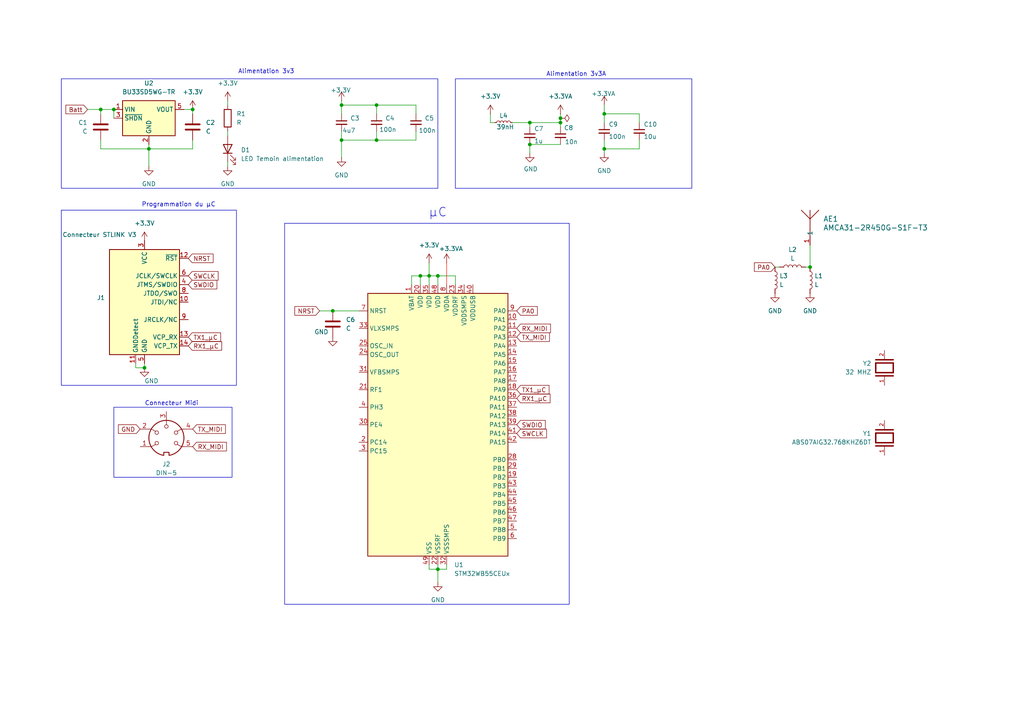
<source format=kicad_sch>
(kicad_sch
	(version 20250114)
	(generator "eeschema")
	(generator_version "9.0")
	(uuid "5e74dd86-eabf-4eac-a6ab-2534adeb335f")
	(paper "A4")
	(lib_symbols
		(symbol "2025-03-03_13-43-06:AMCA31-2R450G-S1F-T3"
			(pin_names
				(offset 0.254)
			)
			(exclude_from_sim no)
			(in_bom yes)
			(on_board yes)
			(property "Reference" "AE"
				(at 2.2606 6.985 0)
				(effects
					(font
						(size 1.524 1.524)
					)
				)
			)
			(property "Value" "AMCA31-2R450G-S1F-T3"
				(at 2.2606 3.175 0)
				(effects
					(font
						(size 1.524 1.524)
					)
				)
			)
			(property "Footprint" "ANT_AMCA31-2R450G-S1F-T3_ABR"
				(at 0 0 0)
				(effects
					(font
						(size 1.27 1.27)
						(italic yes)
					)
					(hide yes)
				)
			)
			(property "Datasheet" "AMCA31-2R450G-S1F-T3"
				(at 0 0 0)
				(effects
					(font
						(size 1.27 1.27)
						(italic yes)
					)
					(hide yes)
				)
			)
			(property "Description" ""
				(at 0 0 0)
				(effects
					(font
						(size 1.27 1.27)
					)
					(hide yes)
				)
			)
			(property "ki_locked" ""
				(at 0 0 0)
				(effects
					(font
						(size 1.27 1.27)
					)
				)
			)
			(property "ki_keywords" "AMCA31-2R450G-S1F-T3"
				(at 0 0 0)
				(effects
					(font
						(size 1.27 1.27)
					)
					(hide yes)
				)
			)
			(property "ki_fp_filters" "ANT_AMCA31-2R450G-S1F-T3_ABR ANT_AMCA31-2R450G-S1F-T3_ABR-M ANT_AMCA31-2R450G-S1F-T3_ABR-L"
				(at 0 0 0)
				(effects
					(font
						(size 1.27 1.27)
					)
					(hide yes)
				)
			)
			(symbol "AMCA31-2R450G-S1F-T3_0_1"
				(polyline
					(pts
						(xy -2.54 10.16) (xy 0 7.62)
					)
					(stroke
						(width 0.2032)
						(type default)
					)
					(fill
						(type none)
					)
				)
				(polyline
					(pts
						(xy 0 10.16) (xy 0 7.62)
					)
					(stroke
						(width 0.2032)
						(type default)
					)
					(fill
						(type none)
					)
				)
				(polyline
					(pts
						(xy 0 7.62) (xy 0 2.54)
					)
					(stroke
						(width 0.2032)
						(type default)
					)
					(fill
						(type none)
					)
				)
				(polyline
					(pts
						(xy 0 7.62) (xy 2.54 10.16)
					)
					(stroke
						(width 0.2032)
						(type default)
					)
					(fill
						(type none)
					)
				)
				(pin unspecified line
					(at 0 0 90)
					(length 2.54)
					(name "1"
						(effects
							(font
								(size 1.27 1.27)
							)
						)
					)
					(number "1"
						(effects
							(font
								(size 1.27 1.27)
							)
						)
					)
				)
			)
			(embedded_fonts no)
		)
		(symbol "ABS07AIG32.768KHZ6DT:ABS07AIG32.768KHZ6DT"
			(pin_names
				(offset 1.016)
			)
			(exclude_from_sim no)
			(in_bom yes)
			(on_board yes)
			(property "Reference" "Y"
				(at -5.0878 3.8159 0)
				(effects
					(font
						(size 1.27 1.27)
					)
					(justify left bottom)
				)
			)
			(property "Value" "ABS07AIG32.768KHZ6DT"
				(at -5.0944 -5.0944 0)
				(effects
					(font
						(size 1.27 1.27)
					)
					(justify left bottom)
				)
			)
			(property "Footprint" "ABS07AIG32.768KHZ6DT:XTAL_ABS07AIG32.768KHZ6DT"
				(at -0.254 6.35 0)
				(effects
					(font
						(size 1.27 1.27)
					)
					(justify bottom)
					(hide yes)
				)
			)
			(property "Datasheet" ""
				(at 0 0 0)
				(effects
					(font
						(size 1.27 1.27)
					)
					(hide yes)
				)
			)
			(property "Description" ""
				(at 0 0 0)
				(effects
					(font
						(size 1.27 1.27)
					)
					(hide yes)
				)
			)
			(property "PARTREV" "6/7/2022"
				(at -10.414 1.016 0)
				(effects
					(font
						(size 1.27 1.27)
					)
					(justify bottom)
					(hide yes)
				)
			)
			(property "MANUFACTURER" "Abracon"
				(at -14.224 -5.08 0)
				(effects
					(font
						(size 1.27 1.27)
					)
					(justify bottom)
					(hide yes)
				)
			)
			(property "MAXIMUM_PACKAGE_HEIGHT" "0.9 mm"
				(at 14.732 1.27 0)
				(effects
					(font
						(size 1.27 1.27)
					)
					(justify bottom)
					(hide yes)
				)
			)
			(property "STANDARD" "Manufacturer Recommendations"
				(at 1.524 -9.398 0)
				(effects
					(font
						(size 1.27 1.27)
					)
					(justify bottom)
					(hide yes)
				)
			)
			(symbol "ABS07AIG32.768KHZ6DT_0_0"
				(polyline
					(pts
						(xy -2.3368 2.54) (xy -2.3368 -2.54)
					)
					(stroke
						(width 0.4064)
						(type default)
					)
					(fill
						(type none)
					)
				)
				(polyline
					(pts
						(xy -1.397 2.54) (xy -1.397 -2.54)
					)
					(stroke
						(width 0.4064)
						(type default)
					)
					(fill
						(type none)
					)
				)
				(polyline
					(pts
						(xy -1.397 2.54) (xy 1.397 2.54)
					)
					(stroke
						(width 0.4064)
						(type default)
					)
					(fill
						(type none)
					)
				)
				(polyline
					(pts
						(xy 1.397 2.54) (xy 1.397 -2.54)
					)
					(stroke
						(width 0.4064)
						(type default)
					)
					(fill
						(type none)
					)
				)
				(polyline
					(pts
						(xy 1.397 -2.54) (xy -1.397 -2.54)
					)
					(stroke
						(width 0.4064)
						(type default)
					)
					(fill
						(type none)
					)
				)
				(polyline
					(pts
						(xy 2.3368 2.54) (xy 2.3368 -2.54)
					)
					(stroke
						(width 0.4064)
						(type default)
					)
					(fill
						(type none)
					)
				)
				(pin passive line
					(at -5.08 0 0)
					(length 2.54)
					(name "~"
						(effects
							(font
								(size 1.016 1.016)
							)
						)
					)
					(number "1"
						(effects
							(font
								(size 1.016 1.016)
							)
						)
					)
				)
				(pin passive line
					(at 5.08 0 180)
					(length 2.54)
					(name "~"
						(effects
							(font
								(size 1.016 1.016)
							)
						)
					)
					(number "2"
						(effects
							(font
								(size 1.016 1.016)
							)
						)
					)
				)
			)
			(embedded_fonts no)
		)
		(symbol "Connector:Conn_ST_STDC14"
			(exclude_from_sim no)
			(in_bom yes)
			(on_board yes)
			(property "Reference" "J"
				(at -8.89 16.51 0)
				(effects
					(font
						(size 1.27 1.27)
					)
					(justify right)
				)
			)
			(property "Value" "Conn_ST_STDC14"
				(at 17.78 16.51 0)
				(effects
					(font
						(size 1.27 1.27)
					)
					(justify right bottom)
				)
			)
			(property "Footprint" ""
				(at 0 0 0)
				(effects
					(font
						(size 1.27 1.27)
					)
					(hide yes)
				)
			)
			(property "Datasheet" "https://www.st.com/content/ccc/resource/technical/document/user_manual/group1/99/49/91/b6/b2/3a/46/e5/DM00526767/files/DM00526767.pdf/jcr:content/translations/en.DM00526767.pdf"
				(at -8.89 -31.75 90)
				(effects
					(font
						(size 1.27 1.27)
					)
					(hide yes)
				)
			)
			(property "Description" "ST Debug Connector, standard ARM Cortex-M SWD and JTAG interface plus UART"
				(at 0 0 0)
				(effects
					(font
						(size 1.27 1.27)
					)
					(hide yes)
				)
			)
			(property "ki_keywords" "ST STM32 Cortex Debug Connector ARM SWD JTAG"
				(at 0 0 0)
				(effects
					(font
						(size 1.27 1.27)
					)
					(hide yes)
				)
			)
			(property "ki_fp_filters" "PinHeader?2x07?P1.27mm*"
				(at 0 0 0)
				(effects
					(font
						(size 1.27 1.27)
					)
					(hide yes)
				)
			)
			(symbol "Conn_ST_STDC14_0_1"
				(rectangle
					(start -10.16 15.24)
					(end 10.16 -15.24)
					(stroke
						(width 0.254)
						(type default)
					)
					(fill
						(type background)
					)
				)
			)
			(symbol "Conn_ST_STDC14_1_1"
				(pin no_connect line
					(at -10.16 5.08 0)
					(length 2.54)
					(hide yes)
					(name "NC"
						(effects
							(font
								(size 1.27 1.27)
							)
						)
					)
					(number "1"
						(effects
							(font
								(size 1.27 1.27)
							)
						)
					)
				)
				(pin no_connect line
					(at -10.16 2.54 0)
					(length 2.54)
					(hide yes)
					(name "NC"
						(effects
							(font
								(size 1.27 1.27)
							)
						)
					)
					(number "2"
						(effects
							(font
								(size 1.27 1.27)
							)
						)
					)
				)
				(pin passive line
					(at -2.54 -17.78 90)
					(length 2.54)
					(name "GNDDetect"
						(effects
							(font
								(size 1.27 1.27)
							)
						)
					)
					(number "11"
						(effects
							(font
								(size 1.27 1.27)
							)
						)
					)
				)
				(pin power_in line
					(at 0 17.78 270)
					(length 2.54)
					(name "VCC"
						(effects
							(font
								(size 1.27 1.27)
							)
						)
					)
					(number "3"
						(effects
							(font
								(size 1.27 1.27)
							)
						)
					)
				)
				(pin power_in line
					(at 0 -17.78 90)
					(length 2.54)
					(name "GND"
						(effects
							(font
								(size 1.27 1.27)
							)
						)
					)
					(number "5"
						(effects
							(font
								(size 1.27 1.27)
							)
						)
					)
				)
				(pin passive line
					(at 0 -17.78 90)
					(length 2.54)
					(hide yes)
					(name "GND"
						(effects
							(font
								(size 1.27 1.27)
							)
						)
					)
					(number "7"
						(effects
							(font
								(size 1.27 1.27)
							)
						)
					)
				)
				(pin open_collector line
					(at 12.7 12.7 180)
					(length 2.54)
					(name "~{RST}"
						(effects
							(font
								(size 1.27 1.27)
							)
						)
					)
					(number "12"
						(effects
							(font
								(size 1.27 1.27)
							)
						)
					)
				)
				(pin output line
					(at 12.7 7.62 180)
					(length 2.54)
					(name "JCLK/SWCLK"
						(effects
							(font
								(size 1.27 1.27)
							)
						)
					)
					(number "6"
						(effects
							(font
								(size 1.27 1.27)
							)
						)
					)
				)
				(pin bidirectional line
					(at 12.7 5.08 180)
					(length 2.54)
					(name "JTMS/SWDIO"
						(effects
							(font
								(size 1.27 1.27)
							)
						)
					)
					(number "4"
						(effects
							(font
								(size 1.27 1.27)
							)
						)
					)
				)
				(pin input line
					(at 12.7 2.54 180)
					(length 2.54)
					(name "JTDO/SWO"
						(effects
							(font
								(size 1.27 1.27)
							)
						)
					)
					(number "8"
						(effects
							(font
								(size 1.27 1.27)
							)
						)
					)
				)
				(pin output line
					(at 12.7 0 180)
					(length 2.54)
					(name "JTDI/NC"
						(effects
							(font
								(size 1.27 1.27)
							)
						)
					)
					(number "10"
						(effects
							(font
								(size 1.27 1.27)
							)
						)
					)
				)
				(pin input line
					(at 12.7 -5.08 180)
					(length 2.54)
					(name "JRCLK/NC"
						(effects
							(font
								(size 1.27 1.27)
							)
						)
					)
					(number "9"
						(effects
							(font
								(size 1.27 1.27)
							)
						)
					)
				)
				(pin output line
					(at 12.7 -10.16 180)
					(length 2.54)
					(name "VCP_RX"
						(effects
							(font
								(size 1.27 1.27)
							)
						)
					)
					(number "13"
						(effects
							(font
								(size 1.27 1.27)
							)
						)
					)
				)
				(pin input line
					(at 12.7 -12.7 180)
					(length 2.54)
					(name "VCP_TX"
						(effects
							(font
								(size 1.27 1.27)
							)
						)
					)
					(number "14"
						(effects
							(font
								(size 1.27 1.27)
							)
						)
					)
				)
			)
			(embedded_fonts no)
		)
		(symbol "Connector:DIN-5"
			(pin_names
				(offset 1.016)
			)
			(exclude_from_sim no)
			(in_bom yes)
			(on_board yes)
			(property "Reference" "J"
				(at 3.175 5.715 0)
				(effects
					(font
						(size 1.27 1.27)
					)
				)
			)
			(property "Value" "DIN-5"
				(at 0 -6.35 0)
				(effects
					(font
						(size 1.27 1.27)
					)
				)
			)
			(property "Footprint" ""
				(at 0 0 0)
				(effects
					(font
						(size 1.27 1.27)
					)
					(hide yes)
				)
			)
			(property "Datasheet" "http://www.mouser.com/ds/2/18/40_c091_abd_e-75918.pdf"
				(at 0 0 0)
				(effects
					(font
						(size 1.27 1.27)
					)
					(hide yes)
				)
			)
			(property "Description" "5-pin DIN connector"
				(at 0 0 0)
				(effects
					(font
						(size 1.27 1.27)
					)
					(hide yes)
				)
			)
			(property "ki_keywords" "circular DIN connector"
				(at 0 0 0)
				(effects
					(font
						(size 1.27 1.27)
					)
					(hide yes)
				)
			)
			(property "ki_fp_filters" "DIN*"
				(at 0 0 0)
				(effects
					(font
						(size 1.27 1.27)
					)
					(hide yes)
				)
			)
			(symbol "DIN-5_0_1"
				(polyline
					(pts
						(xy -5.08 2.54) (xy -4.318 2.54) (xy -3.175 1.905)
					)
					(stroke
						(width 0)
						(type default)
					)
					(fill
						(type none)
					)
				)
				(polyline
					(pts
						(xy -5.08 -2.54) (xy -4.318 -2.54) (xy -3.175 -1.905)
					)
					(stroke
						(width 0)
						(type default)
					)
					(fill
						(type none)
					)
				)
				(circle
					(center -2.794 1.524)
					(radius 0.508)
					(stroke
						(width 0)
						(type default)
					)
					(fill
						(type none)
					)
				)
				(circle
					(center -2.794 -1.524)
					(radius 0.508)
					(stroke
						(width 0)
						(type default)
					)
					(fill
						(type none)
					)
				)
				(polyline
					(pts
						(xy -0.762 -4.953) (xy -0.762 -4.191) (xy 0.762 -4.191) (xy 0.762 -4.953)
					)
					(stroke
						(width 0.254)
						(type default)
					)
					(fill
						(type none)
					)
				)
				(arc
					(start 5.08 0)
					(mid 3.8673 -3.3444)
					(end 0.762 -5.08)
					(stroke
						(width 0.254)
						(type default)
					)
					(fill
						(type none)
					)
				)
				(polyline
					(pts
						(xy 0 5.08) (xy 0 3.81)
					)
					(stroke
						(width 0)
						(type default)
					)
					(fill
						(type none)
					)
				)
				(circle
					(center 0 3.302)
					(radius 0.508)
					(stroke
						(width 0)
						(type default)
					)
					(fill
						(type none)
					)
				)
				(arc
					(start -5.08 0)
					(mid 0 5.0579)
					(end 5.08 0)
					(stroke
						(width 0.254)
						(type default)
					)
					(fill
						(type none)
					)
				)
				(arc
					(start -0.762 -5.08)
					(mid -3.8597 -3.3379)
					(end -5.08 0)
					(stroke
						(width 0.254)
						(type default)
					)
					(fill
						(type none)
					)
				)
				(circle
					(center 2.794 1.524)
					(radius 0.508)
					(stroke
						(width 0)
						(type default)
					)
					(fill
						(type none)
					)
				)
				(circle
					(center 2.794 -1.524)
					(radius 0.508)
					(stroke
						(width 0)
						(type default)
					)
					(fill
						(type none)
					)
				)
				(polyline
					(pts
						(xy 5.08 2.54) (xy 4.318 2.54) (xy 3.175 1.905)
					)
					(stroke
						(width 0)
						(type default)
					)
					(fill
						(type none)
					)
				)
				(polyline
					(pts
						(xy 5.08 -2.54) (xy 4.318 -2.54) (xy 3.175 -1.905)
					)
					(stroke
						(width 0)
						(type default)
					)
					(fill
						(type none)
					)
				)
			)
			(symbol "DIN-5_1_1"
				(pin passive line
					(at -7.62 2.54 0)
					(length 2.54)
					(name "~"
						(effects
							(font
								(size 1.27 1.27)
							)
						)
					)
					(number "2"
						(effects
							(font
								(size 1.27 1.27)
							)
						)
					)
				)
				(pin passive line
					(at -7.62 -2.54 0)
					(length 2.54)
					(name "~"
						(effects
							(font
								(size 1.27 1.27)
							)
						)
					)
					(number "1"
						(effects
							(font
								(size 1.27 1.27)
							)
						)
					)
				)
				(pin passive line
					(at 0 7.62 270)
					(length 2.54)
					(name "~"
						(effects
							(font
								(size 1.27 1.27)
							)
						)
					)
					(number "3"
						(effects
							(font
								(size 1.27 1.27)
							)
						)
					)
				)
				(pin passive line
					(at 7.62 2.54 180)
					(length 2.54)
					(name "~"
						(effects
							(font
								(size 1.27 1.27)
							)
						)
					)
					(number "4"
						(effects
							(font
								(size 1.27 1.27)
							)
						)
					)
				)
				(pin passive line
					(at 7.62 -2.54 180)
					(length 2.54)
					(name "~"
						(effects
							(font
								(size 1.27 1.27)
							)
						)
					)
					(number "5"
						(effects
							(font
								(size 1.27 1.27)
							)
						)
					)
				)
			)
			(embedded_fonts no)
		)
		(symbol "Device:C"
			(pin_numbers
				(hide yes)
			)
			(pin_names
				(offset 0.254)
			)
			(exclude_from_sim no)
			(in_bom yes)
			(on_board yes)
			(property "Reference" "C"
				(at 0.635 2.54 0)
				(effects
					(font
						(size 1.27 1.27)
					)
					(justify left)
				)
			)
			(property "Value" "C"
				(at 0.635 -2.54 0)
				(effects
					(font
						(size 1.27 1.27)
					)
					(justify left)
				)
			)
			(property "Footprint" ""
				(at 0.9652 -3.81 0)
				(effects
					(font
						(size 1.27 1.27)
					)
					(hide yes)
				)
			)
			(property "Datasheet" "~"
				(at 0 0 0)
				(effects
					(font
						(size 1.27 1.27)
					)
					(hide yes)
				)
			)
			(property "Description" "Unpolarized capacitor"
				(at 0 0 0)
				(effects
					(font
						(size 1.27 1.27)
					)
					(hide yes)
				)
			)
			(property "ki_keywords" "cap capacitor"
				(at 0 0 0)
				(effects
					(font
						(size 1.27 1.27)
					)
					(hide yes)
				)
			)
			(property "ki_fp_filters" "C_*"
				(at 0 0 0)
				(effects
					(font
						(size 1.27 1.27)
					)
					(hide yes)
				)
			)
			(symbol "C_0_1"
				(polyline
					(pts
						(xy -2.032 0.762) (xy 2.032 0.762)
					)
					(stroke
						(width 0.508)
						(type default)
					)
					(fill
						(type none)
					)
				)
				(polyline
					(pts
						(xy -2.032 -0.762) (xy 2.032 -0.762)
					)
					(stroke
						(width 0.508)
						(type default)
					)
					(fill
						(type none)
					)
				)
			)
			(symbol "C_1_1"
				(pin passive line
					(at 0 3.81 270)
					(length 2.794)
					(name "~"
						(effects
							(font
								(size 1.27 1.27)
							)
						)
					)
					(number "1"
						(effects
							(font
								(size 1.27 1.27)
							)
						)
					)
				)
				(pin passive line
					(at 0 -3.81 90)
					(length 2.794)
					(name "~"
						(effects
							(font
								(size 1.27 1.27)
							)
						)
					)
					(number "2"
						(effects
							(font
								(size 1.27 1.27)
							)
						)
					)
				)
			)
			(embedded_fonts no)
		)
		(symbol "Device:C_Small"
			(pin_numbers
				(hide yes)
			)
			(pin_names
				(offset 0.254)
				(hide yes)
			)
			(exclude_from_sim no)
			(in_bom yes)
			(on_board yes)
			(property "Reference" "C"
				(at 0.254 1.778 0)
				(effects
					(font
						(size 1.27 1.27)
					)
					(justify left)
				)
			)
			(property "Value" "C_Small"
				(at 0.254 -2.032 0)
				(effects
					(font
						(size 1.27 1.27)
					)
					(justify left)
				)
			)
			(property "Footprint" ""
				(at 0 0 0)
				(effects
					(font
						(size 1.27 1.27)
					)
					(hide yes)
				)
			)
			(property "Datasheet" "~"
				(at 0 0 0)
				(effects
					(font
						(size 1.27 1.27)
					)
					(hide yes)
				)
			)
			(property "Description" "Unpolarized capacitor, small symbol"
				(at 0 0 0)
				(effects
					(font
						(size 1.27 1.27)
					)
					(hide yes)
				)
			)
			(property "ki_keywords" "capacitor cap"
				(at 0 0 0)
				(effects
					(font
						(size 1.27 1.27)
					)
					(hide yes)
				)
			)
			(property "ki_fp_filters" "C_*"
				(at 0 0 0)
				(effects
					(font
						(size 1.27 1.27)
					)
					(hide yes)
				)
			)
			(symbol "C_Small_0_1"
				(polyline
					(pts
						(xy -1.524 0.508) (xy 1.524 0.508)
					)
					(stroke
						(width 0.3048)
						(type default)
					)
					(fill
						(type none)
					)
				)
				(polyline
					(pts
						(xy -1.524 -0.508) (xy 1.524 -0.508)
					)
					(stroke
						(width 0.3302)
						(type default)
					)
					(fill
						(type none)
					)
				)
			)
			(symbol "C_Small_1_1"
				(pin passive line
					(at 0 2.54 270)
					(length 2.032)
					(name "~"
						(effects
							(font
								(size 1.27 1.27)
							)
						)
					)
					(number "1"
						(effects
							(font
								(size 1.27 1.27)
							)
						)
					)
				)
				(pin passive line
					(at 0 -2.54 90)
					(length 2.032)
					(name "~"
						(effects
							(font
								(size 1.27 1.27)
							)
						)
					)
					(number "2"
						(effects
							(font
								(size 1.27 1.27)
							)
						)
					)
				)
			)
			(embedded_fonts no)
		)
		(symbol "Device:L"
			(pin_numbers
				(hide yes)
			)
			(pin_names
				(offset 1.016)
				(hide yes)
			)
			(exclude_from_sim no)
			(in_bom yes)
			(on_board yes)
			(property "Reference" "L"
				(at -1.27 0 90)
				(effects
					(font
						(size 1.27 1.27)
					)
				)
			)
			(property "Value" "L"
				(at 1.905 0 90)
				(effects
					(font
						(size 1.27 1.27)
					)
				)
			)
			(property "Footprint" ""
				(at 0 0 0)
				(effects
					(font
						(size 1.27 1.27)
					)
					(hide yes)
				)
			)
			(property "Datasheet" "~"
				(at 0 0 0)
				(effects
					(font
						(size 1.27 1.27)
					)
					(hide yes)
				)
			)
			(property "Description" "Inductor"
				(at 0 0 0)
				(effects
					(font
						(size 1.27 1.27)
					)
					(hide yes)
				)
			)
			(property "ki_keywords" "inductor choke coil reactor magnetic"
				(at 0 0 0)
				(effects
					(font
						(size 1.27 1.27)
					)
					(hide yes)
				)
			)
			(property "ki_fp_filters" "Choke_* *Coil* Inductor_* L_*"
				(at 0 0 0)
				(effects
					(font
						(size 1.27 1.27)
					)
					(hide yes)
				)
			)
			(symbol "L_0_1"
				(arc
					(start 0 2.54)
					(mid 0.6323 1.905)
					(end 0 1.27)
					(stroke
						(width 0)
						(type default)
					)
					(fill
						(type none)
					)
				)
				(arc
					(start 0 1.27)
					(mid 0.6323 0.635)
					(end 0 0)
					(stroke
						(width 0)
						(type default)
					)
					(fill
						(type none)
					)
				)
				(arc
					(start 0 0)
					(mid 0.6323 -0.635)
					(end 0 -1.27)
					(stroke
						(width 0)
						(type default)
					)
					(fill
						(type none)
					)
				)
				(arc
					(start 0 -1.27)
					(mid 0.6323 -1.905)
					(end 0 -2.54)
					(stroke
						(width 0)
						(type default)
					)
					(fill
						(type none)
					)
				)
			)
			(symbol "L_1_1"
				(pin passive line
					(at 0 3.81 270)
					(length 1.27)
					(name "1"
						(effects
							(font
								(size 1.27 1.27)
							)
						)
					)
					(number "1"
						(effects
							(font
								(size 1.27 1.27)
							)
						)
					)
				)
				(pin passive line
					(at 0 -3.81 90)
					(length 1.27)
					(name "2"
						(effects
							(font
								(size 1.27 1.27)
							)
						)
					)
					(number "2"
						(effects
							(font
								(size 1.27 1.27)
							)
						)
					)
				)
			)
			(embedded_fonts no)
		)
		(symbol "Device:LED"
			(pin_numbers
				(hide yes)
			)
			(pin_names
				(offset 1.016)
				(hide yes)
			)
			(exclude_from_sim no)
			(in_bom yes)
			(on_board yes)
			(property "Reference" "D"
				(at 0 2.54 0)
				(effects
					(font
						(size 1.27 1.27)
					)
				)
			)
			(property "Value" "LED"
				(at 0 -2.54 0)
				(effects
					(font
						(size 1.27 1.27)
					)
				)
			)
			(property "Footprint" ""
				(at 0 0 0)
				(effects
					(font
						(size 1.27 1.27)
					)
					(hide yes)
				)
			)
			(property "Datasheet" "~"
				(at 0 0 0)
				(effects
					(font
						(size 1.27 1.27)
					)
					(hide yes)
				)
			)
			(property "Description" "Light emitting diode"
				(at 0 0 0)
				(effects
					(font
						(size 1.27 1.27)
					)
					(hide yes)
				)
			)
			(property "Sim.Pins" "1=K 2=A"
				(at 0 0 0)
				(effects
					(font
						(size 1.27 1.27)
					)
					(hide yes)
				)
			)
			(property "ki_keywords" "LED diode"
				(at 0 0 0)
				(effects
					(font
						(size 1.27 1.27)
					)
					(hide yes)
				)
			)
			(property "ki_fp_filters" "LED* LED_SMD:* LED_THT:*"
				(at 0 0 0)
				(effects
					(font
						(size 1.27 1.27)
					)
					(hide yes)
				)
			)
			(symbol "LED_0_1"
				(polyline
					(pts
						(xy -3.048 -0.762) (xy -4.572 -2.286) (xy -3.81 -2.286) (xy -4.572 -2.286) (xy -4.572 -1.524)
					)
					(stroke
						(width 0)
						(type default)
					)
					(fill
						(type none)
					)
				)
				(polyline
					(pts
						(xy -1.778 -0.762) (xy -3.302 -2.286) (xy -2.54 -2.286) (xy -3.302 -2.286) (xy -3.302 -1.524)
					)
					(stroke
						(width 0)
						(type default)
					)
					(fill
						(type none)
					)
				)
				(polyline
					(pts
						(xy -1.27 0) (xy 1.27 0)
					)
					(stroke
						(width 0)
						(type default)
					)
					(fill
						(type none)
					)
				)
				(polyline
					(pts
						(xy -1.27 -1.27) (xy -1.27 1.27)
					)
					(stroke
						(width 0.254)
						(type default)
					)
					(fill
						(type none)
					)
				)
				(polyline
					(pts
						(xy 1.27 -1.27) (xy 1.27 1.27) (xy -1.27 0) (xy 1.27 -1.27)
					)
					(stroke
						(width 0.254)
						(type default)
					)
					(fill
						(type none)
					)
				)
			)
			(symbol "LED_1_1"
				(pin passive line
					(at -3.81 0 0)
					(length 2.54)
					(name "K"
						(effects
							(font
								(size 1.27 1.27)
							)
						)
					)
					(number "1"
						(effects
							(font
								(size 1.27 1.27)
							)
						)
					)
				)
				(pin passive line
					(at 3.81 0 180)
					(length 2.54)
					(name "A"
						(effects
							(font
								(size 1.27 1.27)
							)
						)
					)
					(number "2"
						(effects
							(font
								(size 1.27 1.27)
							)
						)
					)
				)
			)
			(embedded_fonts no)
		)
		(symbol "Device:L_Small"
			(pin_numbers
				(hide yes)
			)
			(pin_names
				(offset 0.254)
				(hide yes)
			)
			(exclude_from_sim no)
			(in_bom yes)
			(on_board yes)
			(property "Reference" "L"
				(at 0.762 1.016 0)
				(effects
					(font
						(size 1.27 1.27)
					)
					(justify left)
				)
			)
			(property "Value" "L_Small"
				(at 0.762 -1.016 0)
				(effects
					(font
						(size 1.27 1.27)
					)
					(justify left)
				)
			)
			(property "Footprint" ""
				(at 0 0 0)
				(effects
					(font
						(size 1.27 1.27)
					)
					(hide yes)
				)
			)
			(property "Datasheet" "~"
				(at 0 0 0)
				(effects
					(font
						(size 1.27 1.27)
					)
					(hide yes)
				)
			)
			(property "Description" "Inductor, small symbol"
				(at 0 0 0)
				(effects
					(font
						(size 1.27 1.27)
					)
					(hide yes)
				)
			)
			(property "ki_keywords" "inductor choke coil reactor magnetic"
				(at 0 0 0)
				(effects
					(font
						(size 1.27 1.27)
					)
					(hide yes)
				)
			)
			(property "ki_fp_filters" "Choke_* *Coil* Inductor_* L_*"
				(at 0 0 0)
				(effects
					(font
						(size 1.27 1.27)
					)
					(hide yes)
				)
			)
			(symbol "L_Small_0_1"
				(arc
					(start 0 2.032)
					(mid 0.5058 1.524)
					(end 0 1.016)
					(stroke
						(width 0)
						(type default)
					)
					(fill
						(type none)
					)
				)
				(arc
					(start 0 1.016)
					(mid 0.5058 0.508)
					(end 0 0)
					(stroke
						(width 0)
						(type default)
					)
					(fill
						(type none)
					)
				)
				(arc
					(start 0 0)
					(mid 0.5058 -0.508)
					(end 0 -1.016)
					(stroke
						(width 0)
						(type default)
					)
					(fill
						(type none)
					)
				)
				(arc
					(start 0 -1.016)
					(mid 0.5058 -1.524)
					(end 0 -2.032)
					(stroke
						(width 0)
						(type default)
					)
					(fill
						(type none)
					)
				)
			)
			(symbol "L_Small_1_1"
				(pin passive line
					(at 0 2.54 270)
					(length 0.508)
					(name "~"
						(effects
							(font
								(size 1.27 1.27)
							)
						)
					)
					(number "1"
						(effects
							(font
								(size 1.27 1.27)
							)
						)
					)
				)
				(pin passive line
					(at 0 -2.54 90)
					(length 0.508)
					(name "~"
						(effects
							(font
								(size 1.27 1.27)
							)
						)
					)
					(number "2"
						(effects
							(font
								(size 1.27 1.27)
							)
						)
					)
				)
			)
			(embedded_fonts no)
		)
		(symbol "Device:R"
			(pin_numbers
				(hide yes)
			)
			(pin_names
				(offset 0)
			)
			(exclude_from_sim no)
			(in_bom yes)
			(on_board yes)
			(property "Reference" "R"
				(at 2.032 0 90)
				(effects
					(font
						(size 1.27 1.27)
					)
				)
			)
			(property "Value" "R"
				(at 0 0 90)
				(effects
					(font
						(size 1.27 1.27)
					)
				)
			)
			(property "Footprint" ""
				(at -1.778 0 90)
				(effects
					(font
						(size 1.27 1.27)
					)
					(hide yes)
				)
			)
			(property "Datasheet" "~"
				(at 0 0 0)
				(effects
					(font
						(size 1.27 1.27)
					)
					(hide yes)
				)
			)
			(property "Description" "Resistor"
				(at 0 0 0)
				(effects
					(font
						(size 1.27 1.27)
					)
					(hide yes)
				)
			)
			(property "ki_keywords" "R res resistor"
				(at 0 0 0)
				(effects
					(font
						(size 1.27 1.27)
					)
					(hide yes)
				)
			)
			(property "ki_fp_filters" "R_*"
				(at 0 0 0)
				(effects
					(font
						(size 1.27 1.27)
					)
					(hide yes)
				)
			)
			(symbol "R_0_1"
				(rectangle
					(start -1.016 -2.54)
					(end 1.016 2.54)
					(stroke
						(width 0.254)
						(type default)
					)
					(fill
						(type none)
					)
				)
			)
			(symbol "R_1_1"
				(pin passive line
					(at 0 3.81 270)
					(length 1.27)
					(name "~"
						(effects
							(font
								(size 1.27 1.27)
							)
						)
					)
					(number "1"
						(effects
							(font
								(size 1.27 1.27)
							)
						)
					)
				)
				(pin passive line
					(at 0 -3.81 90)
					(length 1.27)
					(name "~"
						(effects
							(font
								(size 1.27 1.27)
							)
						)
					)
					(number "2"
						(effects
							(font
								(size 1.27 1.27)
							)
						)
					)
				)
			)
			(embedded_fonts no)
		)
		(symbol "MCU_ST_STM32WB:STM32WB55CEUx"
			(exclude_from_sim no)
			(in_bom yes)
			(on_board yes)
			(property "Reference" "U"
				(at -20.32 39.37 0)
				(effects
					(font
						(size 1.27 1.27)
					)
					(justify left)
				)
			)
			(property "Value" "STM32WB55CEUx"
				(at 12.7 39.37 0)
				(effects
					(font
						(size 1.27 1.27)
					)
					(justify left)
				)
			)
			(property "Footprint" "Package_DFN_QFN:QFN-48-1EP_7x7mm_P0.5mm_EP5.6x5.6mm"
				(at -20.32 -38.1 0)
				(effects
					(font
						(size 1.27 1.27)
					)
					(justify right)
					(hide yes)
				)
			)
			(property "Datasheet" "https://www.st.com/resource/en/datasheet/stm32wb55ce.pdf"
				(at 0 0 0)
				(effects
					(font
						(size 1.27 1.27)
					)
					(hide yes)
				)
			)
			(property "Description" "STMicroelectronics Arm Cortex-M4 MCU, 512KB flash, 256KB RAM, 64 MHz, 1.71-3.6V, 30 GPIO, UFQFPN48"
				(at 0 0 0)
				(effects
					(font
						(size 1.27 1.27)
					)
					(hide yes)
				)
			)
			(property "ki_keywords" "Arm Cortex-M4 STM32WB STM32WBx5"
				(at 0 0 0)
				(effects
					(font
						(size 1.27 1.27)
					)
					(hide yes)
				)
			)
			(property "ki_fp_filters" "QFN*1EP*7x7mm*P0.5mm*"
				(at 0 0 0)
				(effects
					(font
						(size 1.27 1.27)
					)
					(hide yes)
				)
			)
			(symbol "STM32WB55CEUx_0_1"
				(rectangle
					(start -20.32 -38.1)
					(end 20.32 38.1)
					(stroke
						(width 0.254)
						(type default)
					)
					(fill
						(type background)
					)
				)
			)
			(symbol "STM32WB55CEUx_1_1"
				(pin input line
					(at -22.86 33.02 0)
					(length 2.54)
					(name "NRST"
						(effects
							(font
								(size 1.27 1.27)
							)
						)
					)
					(number "7"
						(effects
							(font
								(size 1.27 1.27)
							)
						)
					)
				)
				(pin power_in line
					(at -22.86 27.94 0)
					(length 2.54)
					(name "VLXSMPS"
						(effects
							(font
								(size 1.27 1.27)
							)
						)
					)
					(number "33"
						(effects
							(font
								(size 1.27 1.27)
							)
						)
					)
				)
				(pin input line
					(at -22.86 22.86 0)
					(length 2.54)
					(name "OSC_IN"
						(effects
							(font
								(size 1.27 1.27)
							)
						)
					)
					(number "25"
						(effects
							(font
								(size 1.27 1.27)
							)
						)
					)
					(alternate "RCC_OSC_IN" bidirectional line)
				)
				(pin input line
					(at -22.86 20.32 0)
					(length 2.54)
					(name "OSC_OUT"
						(effects
							(font
								(size 1.27 1.27)
							)
						)
					)
					(number "24"
						(effects
							(font
								(size 1.27 1.27)
							)
						)
					)
					(alternate "RCC_OSC_OUT" bidirectional line)
				)
				(pin input line
					(at -22.86 15.24 0)
					(length 2.54)
					(name "VFBSMPS"
						(effects
							(font
								(size 1.27 1.27)
							)
						)
					)
					(number "31"
						(effects
							(font
								(size 1.27 1.27)
							)
						)
					)
				)
				(pin bidirectional line
					(at -22.86 10.16 0)
					(length 2.54)
					(name "RF1"
						(effects
							(font
								(size 1.27 1.27)
							)
						)
					)
					(number "21"
						(effects
							(font
								(size 1.27 1.27)
							)
						)
					)
					(alternate "RF_RF1" bidirectional line)
				)
				(pin bidirectional line
					(at -22.86 5.08 0)
					(length 2.54)
					(name "PH3"
						(effects
							(font
								(size 1.27 1.27)
							)
						)
					)
					(number "4"
						(effects
							(font
								(size 1.27 1.27)
							)
						)
					)
					(alternate "RCC_LSCO" bidirectional line)
				)
				(pin bidirectional line
					(at -22.86 0 0)
					(length 2.54)
					(name "PE4"
						(effects
							(font
								(size 1.27 1.27)
							)
						)
					)
					(number "30"
						(effects
							(font
								(size 1.27 1.27)
							)
						)
					)
				)
				(pin bidirectional line
					(at -22.86 -5.08 0)
					(length 2.54)
					(name "PC14"
						(effects
							(font
								(size 1.27 1.27)
							)
						)
					)
					(number "2"
						(effects
							(font
								(size 1.27 1.27)
							)
						)
					)
					(alternate "RCC_OSC32_IN" bidirectional line)
				)
				(pin bidirectional line
					(at -22.86 -7.62 0)
					(length 2.54)
					(name "PC15"
						(effects
							(font
								(size 1.27 1.27)
							)
						)
					)
					(number "3"
						(effects
							(font
								(size 1.27 1.27)
							)
						)
					)
					(alternate "ADC1_EXTI15" bidirectional line)
					(alternate "RCC_OSC32_OUT" bidirectional line)
				)
				(pin no_connect line
					(at -20.32 -35.56 0)
					(length 2.54)
					(hide yes)
					(name "AT1"
						(effects
							(font
								(size 1.27 1.27)
							)
						)
					)
					(number "27"
						(effects
							(font
								(size 1.27 1.27)
							)
						)
					)
				)
				(pin no_connect line
					(at -20.32 -38.1 0)
					(length 2.54)
					(hide yes)
					(name "AT0"
						(effects
							(font
								(size 1.27 1.27)
							)
						)
					)
					(number "26"
						(effects
							(font
								(size 1.27 1.27)
							)
						)
					)
				)
				(pin power_in line
					(at -7.62 40.64 270)
					(length 2.54)
					(name "VBAT"
						(effects
							(font
								(size 1.27 1.27)
							)
						)
					)
					(number "1"
						(effects
							(font
								(size 1.27 1.27)
							)
						)
					)
				)
				(pin power_in line
					(at -5.08 40.64 270)
					(length 2.54)
					(name "VDD"
						(effects
							(font
								(size 1.27 1.27)
							)
						)
					)
					(number "20"
						(effects
							(font
								(size 1.27 1.27)
							)
						)
					)
				)
				(pin power_in line
					(at -2.54 40.64 270)
					(length 2.54)
					(name "VDD"
						(effects
							(font
								(size 1.27 1.27)
							)
						)
					)
					(number "35"
						(effects
							(font
								(size 1.27 1.27)
							)
						)
					)
				)
				(pin power_in line
					(at -2.54 -40.64 90)
					(length 2.54)
					(name "VSS"
						(effects
							(font
								(size 1.27 1.27)
							)
						)
					)
					(number "49"
						(effects
							(font
								(size 1.27 1.27)
							)
						)
					)
				)
				(pin power_in line
					(at 0 40.64 270)
					(length 2.54)
					(name "VDD"
						(effects
							(font
								(size 1.27 1.27)
							)
						)
					)
					(number "48"
						(effects
							(font
								(size 1.27 1.27)
							)
						)
					)
				)
				(pin power_in line
					(at 0 -40.64 90)
					(length 2.54)
					(name "VSSRF"
						(effects
							(font
								(size 1.27 1.27)
							)
						)
					)
					(number "22"
						(effects
							(font
								(size 1.27 1.27)
							)
						)
					)
				)
				(pin power_in line
					(at 2.54 40.64 270)
					(length 2.54)
					(name "VDDA"
						(effects
							(font
								(size 1.27 1.27)
							)
						)
					)
					(number "8"
						(effects
							(font
								(size 1.27 1.27)
							)
						)
					)
				)
				(pin power_in line
					(at 2.54 -40.64 90)
					(length 2.54)
					(name "VSSSMPS"
						(effects
							(font
								(size 1.27 1.27)
							)
						)
					)
					(number "32"
						(effects
							(font
								(size 1.27 1.27)
							)
						)
					)
				)
				(pin power_in line
					(at 5.08 40.64 270)
					(length 2.54)
					(name "VDDRF"
						(effects
							(font
								(size 1.27 1.27)
							)
						)
					)
					(number "23"
						(effects
							(font
								(size 1.27 1.27)
							)
						)
					)
				)
				(pin power_in line
					(at 7.62 40.64 270)
					(length 2.54)
					(name "VDDSMPS"
						(effects
							(font
								(size 1.27 1.27)
							)
						)
					)
					(number "34"
						(effects
							(font
								(size 1.27 1.27)
							)
						)
					)
				)
				(pin power_in line
					(at 10.16 40.64 270)
					(length 2.54)
					(name "VDDUSB"
						(effects
							(font
								(size 1.27 1.27)
							)
						)
					)
					(number "40"
						(effects
							(font
								(size 1.27 1.27)
							)
						)
					)
				)
				(pin bidirectional line
					(at 22.86 33.02 180)
					(length 2.54)
					(name "PA0"
						(effects
							(font
								(size 1.27 1.27)
							)
						)
					)
					(number "9"
						(effects
							(font
								(size 1.27 1.27)
							)
						)
					)
					(alternate "ADC1_IN5" bidirectional line)
					(alternate "COMP1_INM" bidirectional line)
					(alternate "COMP1_OUT" bidirectional line)
					(alternate "RTC_TAMP2" bidirectional line)
					(alternate "SAI1_EXTCLK" bidirectional line)
					(alternate "SYS_WKUP1" bidirectional line)
					(alternate "TIM2_CH1" bidirectional line)
					(alternate "TIM2_ETR" bidirectional line)
				)
				(pin bidirectional line
					(at 22.86 30.48 180)
					(length 2.54)
					(name "PA1"
						(effects
							(font
								(size 1.27 1.27)
							)
						)
					)
					(number "10"
						(effects
							(font
								(size 1.27 1.27)
							)
						)
					)
					(alternate "ADC1_IN6" bidirectional line)
					(alternate "COMP1_INP" bidirectional line)
					(alternate "I2C1_SMBA" bidirectional line)
					(alternate "LCD_SEG0" bidirectional line)
					(alternate "SPI1_SCK" bidirectional line)
					(alternate "TIM2_CH2" bidirectional line)
				)
				(pin bidirectional line
					(at 22.86 27.94 180)
					(length 2.54)
					(name "PA2"
						(effects
							(font
								(size 1.27 1.27)
							)
						)
					)
					(number "11"
						(effects
							(font
								(size 1.27 1.27)
							)
						)
					)
					(alternate "ADC1_IN7" bidirectional line)
					(alternate "COMP2_INM" bidirectional line)
					(alternate "COMP2_OUT" bidirectional line)
					(alternate "LCD_SEG1" bidirectional line)
					(alternate "LPUART1_TX" bidirectional line)
					(alternate "QUADSPI_BK1_NCS" bidirectional line)
					(alternate "RCC_LSCO" bidirectional line)
					(alternate "SYS_WKUP4" bidirectional line)
					(alternate "TIM2_CH3" bidirectional line)
				)
				(pin bidirectional line
					(at 22.86 25.4 180)
					(length 2.54)
					(name "PA3"
						(effects
							(font
								(size 1.27 1.27)
							)
						)
					)
					(number "12"
						(effects
							(font
								(size 1.27 1.27)
							)
						)
					)
					(alternate "ADC1_IN8" bidirectional line)
					(alternate "COMP2_INP" bidirectional line)
					(alternate "LCD_SEG2" bidirectional line)
					(alternate "LPUART1_RX" bidirectional line)
					(alternate "QUADSPI_CLK" bidirectional line)
					(alternate "SAI1_CK1" bidirectional line)
					(alternate "SAI1_MCLK_A" bidirectional line)
					(alternate "TIM2_CH4" bidirectional line)
				)
				(pin bidirectional line
					(at 22.86 22.86 180)
					(length 2.54)
					(name "PA4"
						(effects
							(font
								(size 1.27 1.27)
							)
						)
					)
					(number "13"
						(effects
							(font
								(size 1.27 1.27)
							)
						)
					)
					(alternate "ADC1_IN9" bidirectional line)
					(alternate "COMP1_INM" bidirectional line)
					(alternate "COMP2_INM" bidirectional line)
					(alternate "LCD_SEG5" bidirectional line)
					(alternate "LPTIM2_OUT" bidirectional line)
					(alternate "SAI1_FS_B" bidirectional line)
					(alternate "SPI1_NSS" bidirectional line)
				)
				(pin bidirectional line
					(at 22.86 20.32 180)
					(length 2.54)
					(name "PA5"
						(effects
							(font
								(size 1.27 1.27)
							)
						)
					)
					(number "14"
						(effects
							(font
								(size 1.27 1.27)
							)
						)
					)
					(alternate "ADC1_IN10" bidirectional line)
					(alternate "COMP1_INM" bidirectional line)
					(alternate "COMP2_INM" bidirectional line)
					(alternate "LPTIM2_ETR" bidirectional line)
					(alternate "SAI1_SD_B" bidirectional line)
					(alternate "SPI1_SCK" bidirectional line)
					(alternate "TIM2_CH1" bidirectional line)
					(alternate "TIM2_ETR" bidirectional line)
				)
				(pin bidirectional line
					(at 22.86 17.78 180)
					(length 2.54)
					(name "PA6"
						(effects
							(font
								(size 1.27 1.27)
							)
						)
					)
					(number "15"
						(effects
							(font
								(size 1.27 1.27)
							)
						)
					)
					(alternate "ADC1_IN11" bidirectional line)
					(alternate "LCD_SEG3" bidirectional line)
					(alternate "LPUART1_CTS" bidirectional line)
					(alternate "QUADSPI_BK1_IO3" bidirectional line)
					(alternate "SPI1_MISO" bidirectional line)
					(alternate "TIM16_CH1" bidirectional line)
					(alternate "TIM1_BKIN" bidirectional line)
				)
				(pin bidirectional line
					(at 22.86 15.24 180)
					(length 2.54)
					(name "PA7"
						(effects
							(font
								(size 1.27 1.27)
							)
						)
					)
					(number "16"
						(effects
							(font
								(size 1.27 1.27)
							)
						)
					)
					(alternate "ADC1_IN12" bidirectional line)
					(alternate "COMP2_OUT" bidirectional line)
					(alternate "I2C3_SCL" bidirectional line)
					(alternate "LCD_SEG4" bidirectional line)
					(alternate "QUADSPI_BK1_IO2" bidirectional line)
					(alternate "SPI1_MOSI" bidirectional line)
					(alternate "TIM17_CH1" bidirectional line)
					(alternate "TIM1_CH1N" bidirectional line)
				)
				(pin bidirectional line
					(at 22.86 12.7 180)
					(length 2.54)
					(name "PA8"
						(effects
							(font
								(size 1.27 1.27)
							)
						)
					)
					(number "17"
						(effects
							(font
								(size 1.27 1.27)
							)
						)
					)
					(alternate "ADC1_IN15" bidirectional line)
					(alternate "LCD_COM0" bidirectional line)
					(alternate "LPTIM2_OUT" bidirectional line)
					(alternate "RCC_MCO" bidirectional line)
					(alternate "SAI1_CK2" bidirectional line)
					(alternate "SAI1_SCK_A" bidirectional line)
					(alternate "TIM1_CH1" bidirectional line)
					(alternate "USART1_CK" bidirectional line)
				)
				(pin bidirectional line
					(at 22.86 10.16 180)
					(length 2.54)
					(name "PA9"
						(effects
							(font
								(size 1.27 1.27)
							)
						)
					)
					(number "18"
						(effects
							(font
								(size 1.27 1.27)
							)
						)
					)
					(alternate "ADC1_IN16" bidirectional line)
					(alternate "COMP1_INM" bidirectional line)
					(alternate "I2C1_SCL" bidirectional line)
					(alternate "LCD_COM1" bidirectional line)
					(alternate "SAI1_D2" bidirectional line)
					(alternate "SAI1_FS_A" bidirectional line)
					(alternate "TIM1_CH2" bidirectional line)
					(alternate "USART1_TX" bidirectional line)
				)
				(pin bidirectional line
					(at 22.86 7.62 180)
					(length 2.54)
					(name "PA10"
						(effects
							(font
								(size 1.27 1.27)
							)
						)
					)
					(number "36"
						(effects
							(font
								(size 1.27 1.27)
							)
						)
					)
					(alternate "CRS_SYNC" bidirectional line)
					(alternate "I2C1_SDA" bidirectional line)
					(alternate "LCD_COM2" bidirectional line)
					(alternate "SAI1_D1" bidirectional line)
					(alternate "SAI1_SD_A" bidirectional line)
					(alternate "TIM17_BKIN" bidirectional line)
					(alternate "TIM1_CH3" bidirectional line)
					(alternate "USART1_RX" bidirectional line)
				)
				(pin bidirectional line
					(at 22.86 5.08 180)
					(length 2.54)
					(name "PA11"
						(effects
							(font
								(size 1.27 1.27)
							)
						)
					)
					(number "37"
						(effects
							(font
								(size 1.27 1.27)
							)
						)
					)
					(alternate "ADC1_EXTI11" bidirectional line)
					(alternate "SPI1_MISO" bidirectional line)
					(alternate "TIM1_BKIN2" bidirectional line)
					(alternate "TIM1_CH4" bidirectional line)
					(alternate "USART1_CTS" bidirectional line)
					(alternate "USART1_NSS" bidirectional line)
					(alternate "USB_DM" bidirectional line)
				)
				(pin bidirectional line
					(at 22.86 2.54 180)
					(length 2.54)
					(name "PA12"
						(effects
							(font
								(size 1.27 1.27)
							)
						)
					)
					(number "38"
						(effects
							(font
								(size 1.27 1.27)
							)
						)
					)
					(alternate "LPUART1_RX" bidirectional line)
					(alternate "SPI1_MOSI" bidirectional line)
					(alternate "TIM1_ETR" bidirectional line)
					(alternate "USART1_DE" bidirectional line)
					(alternate "USART1_RTS" bidirectional line)
					(alternate "USB_DP" bidirectional line)
				)
				(pin bidirectional line
					(at 22.86 0 180)
					(length 2.54)
					(name "PA13"
						(effects
							(font
								(size 1.27 1.27)
							)
						)
					)
					(number "39"
						(effects
							(font
								(size 1.27 1.27)
							)
						)
					)
					(alternate "IR_OUT" bidirectional line)
					(alternate "SAI1_SD_B" bidirectional line)
					(alternate "SYS_JTMS-SWDIO" bidirectional line)
					(alternate "USB_NOE" bidirectional line)
				)
				(pin bidirectional line
					(at 22.86 -2.54 180)
					(length 2.54)
					(name "PA14"
						(effects
							(font
								(size 1.27 1.27)
							)
						)
					)
					(number "41"
						(effects
							(font
								(size 1.27 1.27)
							)
						)
					)
					(alternate "I2C1_SMBA" bidirectional line)
					(alternate "LCD_SEG5" bidirectional line)
					(alternate "LPTIM1_OUT" bidirectional line)
					(alternate "SAI1_FS_B" bidirectional line)
					(alternate "SYS_JTCK-SWCLK" bidirectional line)
				)
				(pin bidirectional line
					(at 22.86 -5.08 180)
					(length 2.54)
					(name "PA15"
						(effects
							(font
								(size 1.27 1.27)
							)
						)
					)
					(number "42"
						(effects
							(font
								(size 1.27 1.27)
							)
						)
					)
					(alternate "ADC1_EXTI15" bidirectional line)
					(alternate "LCD_SEG17" bidirectional line)
					(alternate "RCC_MCO" bidirectional line)
					(alternate "SPI1_NSS" bidirectional line)
					(alternate "SYS_JTDI" bidirectional line)
					(alternate "TIM2_CH1" bidirectional line)
					(alternate "TIM2_ETR" bidirectional line)
				)
				(pin bidirectional line
					(at 22.86 -10.16 180)
					(length 2.54)
					(name "PB0"
						(effects
							(font
								(size 1.27 1.27)
							)
						)
					)
					(number "28"
						(effects
							(font
								(size 1.27 1.27)
							)
						)
					)
					(alternate "COMP1_OUT" bidirectional line)
					(alternate "RF_TX_MOD_EXT_PA" bidirectional line)
				)
				(pin bidirectional line
					(at 22.86 -12.7 180)
					(length 2.54)
					(name "PB1"
						(effects
							(font
								(size 1.27 1.27)
							)
						)
					)
					(number "29"
						(effects
							(font
								(size 1.27 1.27)
							)
						)
					)
					(alternate "LPTIM2_IN1" bidirectional line)
					(alternate "LPUART1_DE" bidirectional line)
					(alternate "LPUART1_RTS" bidirectional line)
				)
				(pin bidirectional line
					(at 22.86 -15.24 180)
					(length 2.54)
					(name "PB2"
						(effects
							(font
								(size 1.27 1.27)
							)
						)
					)
					(number "19"
						(effects
							(font
								(size 1.27 1.27)
							)
						)
					)
					(alternate "COMP1_INP" bidirectional line)
					(alternate "I2C3_SMBA" bidirectional line)
					(alternate "LCD_VLCD" bidirectional line)
					(alternate "LPTIM1_OUT" bidirectional line)
					(alternate "RTC_OUT2" bidirectional line)
					(alternate "SAI1_EXTCLK" bidirectional line)
					(alternate "SPI1_NSS" bidirectional line)
				)
				(pin bidirectional line
					(at 22.86 -17.78 180)
					(length 2.54)
					(name "PB3"
						(effects
							(font
								(size 1.27 1.27)
							)
						)
					)
					(number "43"
						(effects
							(font
								(size 1.27 1.27)
							)
						)
					)
					(alternate "COMP2_INM" bidirectional line)
					(alternate "LCD_SEG7" bidirectional line)
					(alternate "SAI1_SCK_B" bidirectional line)
					(alternate "SPI1_SCK" bidirectional line)
					(alternate "SYS_JTDO-SWO" bidirectional line)
					(alternate "TIM2_CH2" bidirectional line)
					(alternate "USART1_DE" bidirectional line)
					(alternate "USART1_RTS" bidirectional line)
				)
				(pin bidirectional line
					(at 22.86 -20.32 180)
					(length 2.54)
					(name "PB4"
						(effects
							(font
								(size 1.27 1.27)
							)
						)
					)
					(number "44"
						(effects
							(font
								(size 1.27 1.27)
							)
						)
					)
					(alternate "COMP2_INP" bidirectional line)
					(alternate "I2C3_SDA" bidirectional line)
					(alternate "LCD_SEG8" bidirectional line)
					(alternate "SAI1_MCLK_B" bidirectional line)
					(alternate "SPI1_MISO" bidirectional line)
					(alternate "SYS_JTRST" bidirectional line)
					(alternate "TIM17_BKIN" bidirectional line)
					(alternate "USART1_CTS" bidirectional line)
					(alternate "USART1_NSS" bidirectional line)
				)
				(pin bidirectional line
					(at 22.86 -22.86 180)
					(length 2.54)
					(name "PB5"
						(effects
							(font
								(size 1.27 1.27)
							)
						)
					)
					(number "45"
						(effects
							(font
								(size 1.27 1.27)
							)
						)
					)
					(alternate "COMP2_OUT" bidirectional line)
					(alternate "I2C1_SMBA" bidirectional line)
					(alternate "LCD_SEG9" bidirectional line)
					(alternate "LPTIM1_IN1" bidirectional line)
					(alternate "LPUART1_TX" bidirectional line)
					(alternate "SAI1_SD_B" bidirectional line)
					(alternate "SPI1_MOSI" bidirectional line)
					(alternate "TIM16_BKIN" bidirectional line)
					(alternate "USART1_CK" bidirectional line)
				)
				(pin bidirectional line
					(at 22.86 -25.4 180)
					(length 2.54)
					(name "PB6"
						(effects
							(font
								(size 1.27 1.27)
							)
						)
					)
					(number "46"
						(effects
							(font
								(size 1.27 1.27)
							)
						)
					)
					(alternate "COMP2_INP" bidirectional line)
					(alternate "I2C1_SCL" bidirectional line)
					(alternate "LCD_SEG6" bidirectional line)
					(alternate "LPTIM1_ETR" bidirectional line)
					(alternate "RCC_MCO" bidirectional line)
					(alternate "SAI1_FS_B" bidirectional line)
					(alternate "TIM16_CH1N" bidirectional line)
					(alternate "USART1_TX" bidirectional line)
				)
				(pin bidirectional line
					(at 22.86 -27.94 180)
					(length 2.54)
					(name "PB7"
						(effects
							(font
								(size 1.27 1.27)
							)
						)
					)
					(number "47"
						(effects
							(font
								(size 1.27 1.27)
							)
						)
					)
					(alternate "COMP2_INM" bidirectional line)
					(alternate "I2C1_SDA" bidirectional line)
					(alternate "LCD_SEG21" bidirectional line)
					(alternate "LPTIM1_IN2" bidirectional line)
					(alternate "SYS_PVD_IN" bidirectional line)
					(alternate "TIM17_CH1N" bidirectional line)
					(alternate "TIM1_BKIN" bidirectional line)
					(alternate "USART1_RX" bidirectional line)
				)
				(pin bidirectional line
					(at 22.86 -30.48 180)
					(length 2.54)
					(name "PB8"
						(effects
							(font
								(size 1.27 1.27)
							)
						)
					)
					(number "5"
						(effects
							(font
								(size 1.27 1.27)
							)
						)
					)
					(alternate "I2C1_SCL" bidirectional line)
					(alternate "LCD_SEG16" bidirectional line)
					(alternate "QUADSPI_BK1_IO1" bidirectional line)
					(alternate "SAI1_CK1" bidirectional line)
					(alternate "SAI1_MCLK_A" bidirectional line)
					(alternate "TIM16_CH1" bidirectional line)
					(alternate "TIM1_CH2N" bidirectional line)
				)
				(pin bidirectional line
					(at 22.86 -33.02 180)
					(length 2.54)
					(name "PB9"
						(effects
							(font
								(size 1.27 1.27)
							)
						)
					)
					(number "6"
						(effects
							(font
								(size 1.27 1.27)
							)
						)
					)
					(alternate "I2C1_SDA" bidirectional line)
					(alternate "IR_OUT" bidirectional line)
					(alternate "LCD_COM3" bidirectional line)
					(alternate "QUADSPI_BK1_IO0" bidirectional line)
					(alternate "SAI1_D2" bidirectional line)
					(alternate "SAI1_FS_A" bidirectional line)
					(alternate "TIM17_CH1" bidirectional line)
					(alternate "TIM1_CH3N" bidirectional line)
				)
			)
			(embedded_fonts no)
		)
		(symbol "Regulator_Linear:MCP1802x-xx02xOT"
			(exclude_from_sim no)
			(in_bom yes)
			(on_board yes)
			(property "Reference" "U"
				(at -6.35 6.35 0)
				(effects
					(font
						(size 1.27 1.27)
					)
					(justify left)
				)
			)
			(property "Value" "MCP1802x-xx02xOT"
				(at 0 6.35 0)
				(effects
					(font
						(size 1.27 1.27)
					)
					(justify left)
				)
			)
			(property "Footprint" "Package_TO_SOT_SMD:SOT-23-5"
				(at -6.35 8.89 0)
				(effects
					(font
						(size 1.27 1.27)
						(italic yes)
					)
					(justify left)
					(hide yes)
				)
			)
			(property "Datasheet" "http://ww1.microchip.com/downloads/en/DeviceDoc/22053C.pdf"
				(at 0 -2.54 0)
				(effects
					(font
						(size 1.27 1.27)
					)
					(hide yes)
				)
			)
			(property "Description" "150mA, Tiny CMOS LDO With Shutdown, Fixed Voltage, SOT-23-5"
				(at 0 0 0)
				(effects
					(font
						(size 1.27 1.27)
					)
					(hide yes)
				)
			)
			(property "ki_keywords" "LDO Linear Voltage Regulator"
				(at 0 0 0)
				(effects
					(font
						(size 1.27 1.27)
					)
					(hide yes)
				)
			)
			(property "ki_fp_filters" "SOT?23*"
				(at 0 0 0)
				(effects
					(font
						(size 1.27 1.27)
					)
					(hide yes)
				)
			)
			(symbol "MCP1802x-xx02xOT_0_1"
				(rectangle
					(start -7.62 5.08)
					(end 7.62 -5.08)
					(stroke
						(width 0.254)
						(type default)
					)
					(fill
						(type background)
					)
				)
			)
			(symbol "MCP1802x-xx02xOT_1_1"
				(pin power_in line
					(at -10.16 2.54 0)
					(length 2.54)
					(name "VIN"
						(effects
							(font
								(size 1.27 1.27)
							)
						)
					)
					(number "1"
						(effects
							(font
								(size 1.27 1.27)
							)
						)
					)
				)
				(pin input line
					(at -10.16 0 0)
					(length 2.54)
					(name "~{SHDN}"
						(effects
							(font
								(size 1.27 1.27)
							)
						)
					)
					(number "3"
						(effects
							(font
								(size 1.27 1.27)
							)
						)
					)
				)
				(pin power_in line
					(at 0 -7.62 90)
					(length 2.54)
					(name "GND"
						(effects
							(font
								(size 1.27 1.27)
							)
						)
					)
					(number "2"
						(effects
							(font
								(size 1.27 1.27)
							)
						)
					)
				)
				(pin no_connect line
					(at 7.62 0 180)
					(length 2.54)
					(hide yes)
					(name "NC"
						(effects
							(font
								(size 1.27 1.27)
							)
						)
					)
					(number "4"
						(effects
							(font
								(size 1.27 1.27)
							)
						)
					)
				)
				(pin power_out line
					(at 10.16 2.54 180)
					(length 2.54)
					(name "VOUT"
						(effects
							(font
								(size 1.27 1.27)
							)
						)
					)
					(number "5"
						(effects
							(font
								(size 1.27 1.27)
							)
						)
					)
				)
			)
			(embedded_fonts no)
		)
		(symbol "power:+3.3V"
			(power)
			(pin_numbers
				(hide yes)
			)
			(pin_names
				(offset 0)
				(hide yes)
			)
			(exclude_from_sim no)
			(in_bom yes)
			(on_board yes)
			(property "Reference" "#PWR"
				(at 0 -3.81 0)
				(effects
					(font
						(size 1.27 1.27)
					)
					(hide yes)
				)
			)
			(property "Value" "+3.3V"
				(at 0 3.556 0)
				(effects
					(font
						(size 1.27 1.27)
					)
				)
			)
			(property "Footprint" ""
				(at 0 0 0)
				(effects
					(font
						(size 1.27 1.27)
					)
					(hide yes)
				)
			)
			(property "Datasheet" ""
				(at 0 0 0)
				(effects
					(font
						(size 1.27 1.27)
					)
					(hide yes)
				)
			)
			(property "Description" "Power symbol creates a global label with name \"+3.3V\""
				(at 0 0 0)
				(effects
					(font
						(size 1.27 1.27)
					)
					(hide yes)
				)
			)
			(property "ki_keywords" "global power"
				(at 0 0 0)
				(effects
					(font
						(size 1.27 1.27)
					)
					(hide yes)
				)
			)
			(symbol "+3.3V_0_1"
				(polyline
					(pts
						(xy -0.762 1.27) (xy 0 2.54)
					)
					(stroke
						(width 0)
						(type default)
					)
					(fill
						(type none)
					)
				)
				(polyline
					(pts
						(xy 0 2.54) (xy 0.762 1.27)
					)
					(stroke
						(width 0)
						(type default)
					)
					(fill
						(type none)
					)
				)
				(polyline
					(pts
						(xy 0 0) (xy 0 2.54)
					)
					(stroke
						(width 0)
						(type default)
					)
					(fill
						(type none)
					)
				)
			)
			(symbol "+3.3V_1_1"
				(pin power_in line
					(at 0 0 90)
					(length 0)
					(name "~"
						(effects
							(font
								(size 1.27 1.27)
							)
						)
					)
					(number "1"
						(effects
							(font
								(size 1.27 1.27)
							)
						)
					)
				)
			)
			(embedded_fonts no)
		)
		(symbol "power:+3.3VA"
			(power)
			(pin_numbers
				(hide yes)
			)
			(pin_names
				(offset 0)
				(hide yes)
			)
			(exclude_from_sim no)
			(in_bom yes)
			(on_board yes)
			(property "Reference" "#PWR"
				(at 0 -3.81 0)
				(effects
					(font
						(size 1.27 1.27)
					)
					(hide yes)
				)
			)
			(property "Value" "+3.3VA"
				(at 0 3.556 0)
				(effects
					(font
						(size 1.27 1.27)
					)
				)
			)
			(property "Footprint" ""
				(at 0 0 0)
				(effects
					(font
						(size 1.27 1.27)
					)
					(hide yes)
				)
			)
			(property "Datasheet" ""
				(at 0 0 0)
				(effects
					(font
						(size 1.27 1.27)
					)
					(hide yes)
				)
			)
			(property "Description" "Power symbol creates a global label with name \"+3.3VA\""
				(at 0 0 0)
				(effects
					(font
						(size 1.27 1.27)
					)
					(hide yes)
				)
			)
			(property "ki_keywords" "global power"
				(at 0 0 0)
				(effects
					(font
						(size 1.27 1.27)
					)
					(hide yes)
				)
			)
			(symbol "+3.3VA_0_1"
				(polyline
					(pts
						(xy -0.762 1.27) (xy 0 2.54)
					)
					(stroke
						(width 0)
						(type default)
					)
					(fill
						(type none)
					)
				)
				(polyline
					(pts
						(xy 0 2.54) (xy 0.762 1.27)
					)
					(stroke
						(width 0)
						(type default)
					)
					(fill
						(type none)
					)
				)
				(polyline
					(pts
						(xy 0 0) (xy 0 2.54)
					)
					(stroke
						(width 0)
						(type default)
					)
					(fill
						(type none)
					)
				)
			)
			(symbol "+3.3VA_1_1"
				(pin power_in line
					(at 0 0 90)
					(length 0)
					(name "~"
						(effects
							(font
								(size 1.27 1.27)
							)
						)
					)
					(number "1"
						(effects
							(font
								(size 1.27 1.27)
							)
						)
					)
				)
			)
			(embedded_fonts no)
		)
		(symbol "power:+5V"
			(power)
			(pin_numbers
				(hide yes)
			)
			(pin_names
				(offset 0)
				(hide yes)
			)
			(exclude_from_sim no)
			(in_bom yes)
			(on_board yes)
			(property "Reference" "#PWR"
				(at 0 -3.81 0)
				(effects
					(font
						(size 1.27 1.27)
					)
					(hide yes)
				)
			)
			(property "Value" "+5V"
				(at 0 3.556 0)
				(effects
					(font
						(size 1.27 1.27)
					)
				)
			)
			(property "Footprint" ""
				(at 0 0 0)
				(effects
					(font
						(size 1.27 1.27)
					)
					(hide yes)
				)
			)
			(property "Datasheet" ""
				(at 0 0 0)
				(effects
					(font
						(size 1.27 1.27)
					)
					(hide yes)
				)
			)
			(property "Description" "Power symbol creates a global label with name \"+5V\""
				(at 0 0 0)
				(effects
					(font
						(size 1.27 1.27)
					)
					(hide yes)
				)
			)
			(property "ki_keywords" "global power"
				(at 0 0 0)
				(effects
					(font
						(size 1.27 1.27)
					)
					(hide yes)
				)
			)
			(symbol "+5V_0_1"
				(polyline
					(pts
						(xy -0.762 1.27) (xy 0 2.54)
					)
					(stroke
						(width 0)
						(type default)
					)
					(fill
						(type none)
					)
				)
				(polyline
					(pts
						(xy 0 2.54) (xy 0.762 1.27)
					)
					(stroke
						(width 0)
						(type default)
					)
					(fill
						(type none)
					)
				)
				(polyline
					(pts
						(xy 0 0) (xy 0 2.54)
					)
					(stroke
						(width 0)
						(type default)
					)
					(fill
						(type none)
					)
				)
			)
			(symbol "+5V_1_1"
				(pin power_in line
					(at 0 0 90)
					(length 0)
					(name "~"
						(effects
							(font
								(size 1.27 1.27)
							)
						)
					)
					(number "1"
						(effects
							(font
								(size 1.27 1.27)
							)
						)
					)
				)
			)
			(embedded_fonts no)
		)
		(symbol "power:GND"
			(power)
			(pin_numbers
				(hide yes)
			)
			(pin_names
				(offset 0)
				(hide yes)
			)
			(exclude_from_sim no)
			(in_bom yes)
			(on_board yes)
			(property "Reference" "#PWR"
				(at 0 -6.35 0)
				(effects
					(font
						(size 1.27 1.27)
					)
					(hide yes)
				)
			)
			(property "Value" "GND"
				(at 0 -3.81 0)
				(effects
					(font
						(size 1.27 1.27)
					)
				)
			)
			(property "Footprint" ""
				(at 0 0 0)
				(effects
					(font
						(size 1.27 1.27)
					)
					(hide yes)
				)
			)
			(property "Datasheet" ""
				(at 0 0 0)
				(effects
					(font
						(size 1.27 1.27)
					)
					(hide yes)
				)
			)
			(property "Description" "Power symbol creates a global label with name \"GND\" , ground"
				(at 0 0 0)
				(effects
					(font
						(size 1.27 1.27)
					)
					(hide yes)
				)
			)
			(property "ki_keywords" "global power"
				(at 0 0 0)
				(effects
					(font
						(size 1.27 1.27)
					)
					(hide yes)
				)
			)
			(symbol "GND_0_1"
				(polyline
					(pts
						(xy 0 0) (xy 0 -1.27) (xy 1.27 -1.27) (xy 0 -2.54) (xy -1.27 -1.27) (xy 0 -1.27)
					)
					(stroke
						(width 0)
						(type default)
					)
					(fill
						(type none)
					)
				)
			)
			(symbol "GND_1_1"
				(pin power_in line
					(at 0 0 270)
					(length 0)
					(name "~"
						(effects
							(font
								(size 1.27 1.27)
							)
						)
					)
					(number "1"
						(effects
							(font
								(size 1.27 1.27)
							)
						)
					)
				)
			)
			(embedded_fonts no)
		)
		(symbol "power:PWR_FLAG"
			(power)
			(pin_numbers
				(hide yes)
			)
			(pin_names
				(offset 0)
				(hide yes)
			)
			(exclude_from_sim no)
			(in_bom yes)
			(on_board yes)
			(property "Reference" "#FLG"
				(at 0 1.905 0)
				(effects
					(font
						(size 1.27 1.27)
					)
					(hide yes)
				)
			)
			(property "Value" "PWR_FLAG"
				(at 0 3.81 0)
				(effects
					(font
						(size 1.27 1.27)
					)
				)
			)
			(property "Footprint" ""
				(at 0 0 0)
				(effects
					(font
						(size 1.27 1.27)
					)
					(hide yes)
				)
			)
			(property "Datasheet" "~"
				(at 0 0 0)
				(effects
					(font
						(size 1.27 1.27)
					)
					(hide yes)
				)
			)
			(property "Description" "Special symbol for telling ERC where power comes from"
				(at 0 0 0)
				(effects
					(font
						(size 1.27 1.27)
					)
					(hide yes)
				)
			)
			(property "ki_keywords" "flag power"
				(at 0 0 0)
				(effects
					(font
						(size 1.27 1.27)
					)
					(hide yes)
				)
			)
			(symbol "PWR_FLAG_0_0"
				(pin power_out line
					(at 0 0 90)
					(length 0)
					(name "~"
						(effects
							(font
								(size 1.27 1.27)
							)
						)
					)
					(number "1"
						(effects
							(font
								(size 1.27 1.27)
							)
						)
					)
				)
			)
			(symbol "PWR_FLAG_0_1"
				(polyline
					(pts
						(xy 0 0) (xy 0 1.27) (xy -1.016 1.905) (xy 0 2.54) (xy 1.016 1.905) (xy 0 1.27)
					)
					(stroke
						(width 0)
						(type default)
					)
					(fill
						(type none)
					)
				)
			)
			(embedded_fonts no)
		)
	)
	(rectangle
		(start 17.78 60.96)
		(end 68.58 111.76)
		(stroke
			(width 0)
			(type default)
		)
		(fill
			(type none)
		)
		(uuid 4df788f7-4b80-466a-a740-cfb4f9c68403)
	)
	(rectangle
		(start 82.55 64.77)
		(end 165.1 175.26)
		(stroke
			(width 0)
			(type default)
		)
		(fill
			(type none)
		)
		(uuid 7d66c09f-adb3-4f3e-bbe6-dbecd2d457a6)
	)
	(rectangle
		(start 33.02 118.11)
		(end 67.31 138.43)
		(stroke
			(width 0)
			(type default)
		)
		(fill
			(type none)
		)
		(uuid 856dd2b2-4e47-4fb6-97f4-e8aa08a34250)
	)
	(rectangle
		(start 17.78 22.86)
		(end 127 54.61)
		(stroke
			(width 0)
			(type default)
		)
		(fill
			(type none)
		)
		(uuid ba5ecf36-bb4f-4953-963c-97c1ac895ad3)
	)
	(rectangle
		(start 132.08 22.86)
		(end 200.66 54.61)
		(stroke
			(width 0)
			(type default)
		)
		(fill
			(type none)
		)
		(uuid ea7b3a84-87dc-449c-bba9-91cb6e3194c7)
	)
	(text "Alimentation 3v3A\n"
		(exclude_from_sim no)
		(at 167.132 21.59 0)
		(effects
			(font
				(size 1.27 1.27)
			)
		)
		(uuid "111ba405-2c79-4926-9177-7b485286c07d")
	)
	(text "µC"
		(exclude_from_sim no)
		(at 127 61.722 0)
		(effects
			(font
				(size 2.54 2.54)
			)
		)
		(uuid "8b405c18-878c-4c78-aad3-0bb0843118d7")
	)
	(text "Programmation du µC\n"
		(exclude_from_sim no)
		(at 51.816 59.436 0)
		(effects
			(font
				(size 1.27 1.27)
			)
		)
		(uuid "a32d5667-0140-463c-be17-20112100b54b")
	)
	(text "Connecteur Midi\n"
		(exclude_from_sim no)
		(at 49.784 117.094 0)
		(effects
			(font
				(size 1.27 1.27)
			)
		)
		(uuid "d5a9bfb7-8c07-426e-b18c-cc8b3fa264b9")
	)
	(text "Alimentation 3v3\n\n"
		(exclude_from_sim no)
		(at 77.216 21.844 0)
		(effects
			(font
				(size 1.27 1.27)
			)
		)
		(uuid "f4a2e697-86fa-4e83-aa94-35c4be6a6caf")
	)
	(junction
		(at 33.02 31.75)
		(diameter 0)
		(color 0 0 0 0)
		(uuid "00a0c4c4-a78a-4128-ab09-4097951bf9bd")
	)
	(junction
		(at 175.26 33.02)
		(diameter 0)
		(color 0 0 0 0)
		(uuid "0a13f358-44dc-4483-b28a-947b39b57603")
	)
	(junction
		(at 109.22 40.64)
		(diameter 0)
		(color 0 0 0 0)
		(uuid "15026cb2-3e37-47fc-b023-13dcecf58861")
	)
	(junction
		(at 153.67 41.91)
		(diameter 0)
		(color 0 0 0 0)
		(uuid "1e13a0f4-c4ae-4a53-88bc-8d603778b6c6")
	)
	(junction
		(at 175.26 43.18)
		(diameter 0)
		(color 0 0 0 0)
		(uuid "25d90dfa-3d55-4350-90eb-d3ec99f121dd")
	)
	(junction
		(at 43.18 43.18)
		(diameter 0)
		(color 0 0 0 0)
		(uuid "26b2778f-e7b0-4ea3-938f-3427721d134a")
	)
	(junction
		(at 153.67 35.56)
		(diameter 0)
		(color 0 0 0 0)
		(uuid "2bc867da-ea4d-4a08-8610-b5a25344f5c3")
	)
	(junction
		(at 121.92 80.01)
		(diameter 0)
		(color 0 0 0 0)
		(uuid "2cc3f72d-a950-4d64-91e7-1717acd755f4")
	)
	(junction
		(at 29.21 31.75)
		(diameter 0)
		(color 0 0 0 0)
		(uuid "2d0cf3bb-414b-4212-a31e-b703d57cdbed")
	)
	(junction
		(at 96.52 90.17)
		(diameter 0)
		(color 0 0 0 0)
		(uuid "4bf02ef7-c449-4f4d-881b-bddab79593fe")
	)
	(junction
		(at 127 165.1)
		(diameter 0)
		(color 0 0 0 0)
		(uuid "60cf591d-51b0-46c5-acbd-3b378c32189a")
	)
	(junction
		(at 99.06 40.64)
		(diameter 0)
		(color 0 0 0 0)
		(uuid "73277bef-6248-4167-9bb0-c2aa5d2d7b1b")
	)
	(junction
		(at 234.95 77.47)
		(diameter 0)
		(color 0 0 0 0)
		(uuid "8b446c36-6cf3-4236-8c86-216720513313")
	)
	(junction
		(at 124.46 80.01)
		(diameter 0)
		(color 0 0 0 0)
		(uuid "8d9b4725-9fad-462f-979f-3cc02d8f550d")
	)
	(junction
		(at 99.06 30.48)
		(diameter 0)
		(color 0 0 0 0)
		(uuid "a275ec21-0701-47b8-926e-d7f8fd49c173")
	)
	(junction
		(at 162.56 34.29)
		(diameter 0)
		(color 0 0 0 0)
		(uuid "a939b6cc-9797-48e9-81d8-8ef0775e966a")
	)
	(junction
		(at 55.88 31.75)
		(diameter 0)
		(color 0 0 0 0)
		(uuid "c08ce143-986b-4856-9156-8fb670d2998b")
	)
	(junction
		(at 109.22 30.48)
		(diameter 0)
		(color 0 0 0 0)
		(uuid "d68e9b51-73cb-480c-be85-ced82dd6b43e")
	)
	(junction
		(at 162.56 35.56)
		(diameter 0)
		(color 0 0 0 0)
		(uuid "ddcc7b81-b3de-4424-a282-cc556effe3e5")
	)
	(junction
		(at 127 80.01)
		(diameter 0)
		(color 0 0 0 0)
		(uuid "df1894d8-648c-4a8a-a2c8-c92ebbab14fe")
	)
	(junction
		(at 41.91 106.68)
		(diameter 0)
		(color 0 0 0 0)
		(uuid "f889f1a6-bb83-414e-9866-2a419ed7ddd1")
	)
	(wire
		(pts
			(xy 41.91 106.68) (xy 41.91 105.41)
		)
		(stroke
			(width 0)
			(type default)
		)
		(uuid "01c7ce35-af28-4ae4-98d7-c1e43e3ff458")
	)
	(wire
		(pts
			(xy 127 168.91) (xy 127 165.1)
		)
		(stroke
			(width 0)
			(type default)
		)
		(uuid "01f7dcdf-cbbe-43bc-bc09-6a0ee92262e6")
	)
	(wire
		(pts
			(xy 66.04 46.99) (xy 66.04 48.26)
		)
		(stroke
			(width 0)
			(type default)
		)
		(uuid "046dbe5a-7c2f-4688-a932-e08a153d6f26")
	)
	(wire
		(pts
			(xy 175.26 33.02) (xy 175.26 35.56)
		)
		(stroke
			(width 0)
			(type default)
		)
		(uuid "0854ad85-85fa-484d-bd8e-ac1d35cc5915")
	)
	(wire
		(pts
			(xy 29.21 33.02) (xy 29.21 31.75)
		)
		(stroke
			(width 0)
			(type default)
		)
		(uuid "0b8631fa-61cc-4026-9e34-3b05abb2255e")
	)
	(wire
		(pts
			(xy 129.54 76.2) (xy 129.54 82.55)
		)
		(stroke
			(width 0)
			(type default)
			(color 255 22 0 1)
		)
		(uuid "0e5dd456-21b4-48b0-9591-036cdfbb9309")
	)
	(wire
		(pts
			(xy 121.92 80.01) (xy 119.38 80.01)
		)
		(stroke
			(width 0)
			(type default)
		)
		(uuid "12aae2f9-1a0c-43e0-a623-c39176c67cd5")
	)
	(wire
		(pts
			(xy 121.92 82.55) (xy 121.92 80.01)
		)
		(stroke
			(width 0)
			(type default)
		)
		(uuid "1c734f6a-d11a-460c-9284-1f500c3b2b7f")
	)
	(wire
		(pts
			(xy 153.67 41.91) (xy 162.56 41.91)
		)
		(stroke
			(width 0)
			(type default)
		)
		(uuid "1db23767-3b59-4931-a174-626cfafa6f0a")
	)
	(wire
		(pts
			(xy 43.18 43.18) (xy 29.21 43.18)
		)
		(stroke
			(width 0)
			(type default)
		)
		(uuid "21c27e4f-bb3d-4785-8f49-8358230df964")
	)
	(wire
		(pts
			(xy 129.54 163.83) (xy 129.54 165.1)
		)
		(stroke
			(width 0)
			(type default)
		)
		(uuid "22950bd7-9a18-4711-8556-943434f8e34e")
	)
	(wire
		(pts
			(xy 175.26 44.45) (xy 175.26 43.18)
		)
		(stroke
			(width 0)
			(type default)
		)
		(uuid "2b2db02e-c762-4cbe-98f6-8fda80129605")
	)
	(wire
		(pts
			(xy 175.26 40.64) (xy 175.26 43.18)
		)
		(stroke
			(width 0)
			(type default)
		)
		(uuid "2b93af19-1072-4aa2-8b93-abbfdbfbc925")
	)
	(wire
		(pts
			(xy 66.04 38.1) (xy 66.04 39.37)
		)
		(stroke
			(width 0)
			(type default)
		)
		(uuid "3dd02736-dea8-4990-96fc-8b87e3e17459")
	)
	(wire
		(pts
			(xy 120.65 33.02) (xy 120.65 30.48)
		)
		(stroke
			(width 0)
			(type default)
		)
		(uuid "3fdf704d-8c97-4360-bdd5-be3391f941dd")
	)
	(wire
		(pts
			(xy 185.42 40.64) (xy 185.42 43.18)
		)
		(stroke
			(width 0)
			(type default)
		)
		(uuid "41cb28ed-3e4d-4b11-98c4-82835380da07")
	)
	(wire
		(pts
			(xy 92.71 90.17) (xy 96.52 90.17)
		)
		(stroke
			(width 0)
			(type default)
		)
		(uuid "43c76c59-9723-427d-92ef-0c1974554407")
	)
	(wire
		(pts
			(xy 143.51 35.56) (xy 142.24 35.56)
		)
		(stroke
			(width 0)
			(type default)
		)
		(uuid "44e28f47-0acc-4699-bbfc-c97e7eff58b8")
	)
	(wire
		(pts
			(xy 29.21 40.64) (xy 29.21 43.18)
		)
		(stroke
			(width 0)
			(type default)
		)
		(uuid "46ae3f66-e5f5-4678-8966-d5901ab0f27d")
	)
	(wire
		(pts
			(xy 124.46 82.55) (xy 124.46 80.01)
		)
		(stroke
			(width 0)
			(type default)
		)
		(uuid "4fad8700-004a-4c39-8c9e-8fbc57609690")
	)
	(wire
		(pts
			(xy 127 163.83) (xy 127 165.1)
		)
		(stroke
			(width 0)
			(type default)
		)
		(uuid "503f7663-db86-41b0-955f-bb98cbeaed1e")
	)
	(wire
		(pts
			(xy 43.18 43.18) (xy 43.18 41.91)
		)
		(stroke
			(width 0)
			(type default)
		)
		(uuid "5065137e-c879-4998-9bab-50e04b037a85")
	)
	(wire
		(pts
			(xy 175.26 30.48) (xy 175.26 33.02)
		)
		(stroke
			(width 0)
			(type default)
		)
		(uuid "50a99c55-fb49-4a45-9495-fc08cc872cb4")
	)
	(wire
		(pts
			(xy 153.67 35.56) (xy 153.67 36.83)
		)
		(stroke
			(width 0)
			(type default)
		)
		(uuid "50c80062-c46e-4fec-9adc-e42dde7c951a")
	)
	(wire
		(pts
			(xy 43.18 43.18) (xy 55.88 43.18)
		)
		(stroke
			(width 0)
			(type default)
		)
		(uuid "570607b0-62c5-4885-a73a-0e4fbd5c30da")
	)
	(wire
		(pts
			(xy 153.67 35.56) (xy 148.59 35.56)
		)
		(stroke
			(width 0)
			(type default)
		)
		(uuid "5e43789f-9ea2-4595-ba88-1ffa9308bdeb")
	)
	(wire
		(pts
			(xy 224.79 77.47) (xy 226.06 77.47)
		)
		(stroke
			(width 0)
			(type default)
		)
		(uuid "5ed4a8a4-9f84-402b-a3d6-234284fed7f6")
	)
	(wire
		(pts
			(xy 109.22 33.02) (xy 109.22 30.48)
		)
		(stroke
			(width 0)
			(type default)
		)
		(uuid "67609812-b7cb-48ff-9a44-71653c274b2c")
	)
	(wire
		(pts
			(xy 175.26 43.18) (xy 185.42 43.18)
		)
		(stroke
			(width 0)
			(type default)
		)
		(uuid "676bccd7-d5ca-4078-8899-ae07bde1ebea")
	)
	(wire
		(pts
			(xy 55.88 31.75) (xy 53.34 31.75)
		)
		(stroke
			(width 0)
			(type default)
		)
		(uuid "689f8607-5e31-44ab-a9ea-44f1acfd8d6f")
	)
	(wire
		(pts
			(xy 43.18 43.18) (xy 43.18 48.26)
		)
		(stroke
			(width 0)
			(type default)
		)
		(uuid "690ed81a-0bec-494b-852c-d42718b3b259")
	)
	(wire
		(pts
			(xy 124.46 76.2) (xy 124.46 80.01)
		)
		(stroke
			(width 0)
			(type default)
		)
		(uuid "6e0aeeb7-6191-4c2f-b8e2-6f7292cc4e12")
	)
	(wire
		(pts
			(xy 185.42 35.56) (xy 185.42 33.02)
		)
		(stroke
			(width 0)
			(type default)
		)
		(uuid "75d08a8d-c03d-47d7-8431-63cd195ed9e5")
	)
	(wire
		(pts
			(xy 99.06 29.21) (xy 99.06 30.48)
		)
		(stroke
			(width 0)
			(type default)
		)
		(uuid "79115883-5e42-46f4-bfde-279f0ba847a4")
	)
	(wire
		(pts
			(xy 120.65 30.48) (xy 109.22 30.48)
		)
		(stroke
			(width 0)
			(type default)
		)
		(uuid "7a873a20-4585-42ed-b995-967fcbb68443")
	)
	(wire
		(pts
			(xy 119.38 80.01) (xy 119.38 82.55)
		)
		(stroke
			(width 0)
			(type default)
		)
		(uuid "85be4c5b-6494-4324-aa3b-4eacb0704711")
	)
	(wire
		(pts
			(xy 127 82.55) (xy 127 80.01)
		)
		(stroke
			(width 0)
			(type default)
		)
		(uuid "8b237c39-7e27-4aee-84f5-9b31d5b98fd1")
	)
	(wire
		(pts
			(xy 55.88 31.75) (xy 55.88 33.02)
		)
		(stroke
			(width 0)
			(type default)
		)
		(uuid "91e0fed1-8bfb-4846-82ee-2761c02af727")
	)
	(wire
		(pts
			(xy 142.24 33.02) (xy 142.24 35.56)
		)
		(stroke
			(width 0)
			(type default)
		)
		(uuid "9b0ea8c4-a908-40c1-8f5d-feeb06b293ae")
	)
	(wire
		(pts
			(xy 39.37 105.41) (xy 39.37 106.68)
		)
		(stroke
			(width 0)
			(type default)
		)
		(uuid "9f304076-4230-485a-ba4e-0920c757ffcc")
	)
	(wire
		(pts
			(xy 185.42 33.02) (xy 175.26 33.02)
		)
		(stroke
			(width 0)
			(type default)
		)
		(uuid "a4237408-fc05-4004-83f5-fc46d3ed6a0f")
	)
	(wire
		(pts
			(xy 124.46 165.1) (xy 124.46 163.83)
		)
		(stroke
			(width 0)
			(type default)
		)
		(uuid "aa9eda7c-f2ba-4c16-9d8f-9ee0c180f591")
	)
	(wire
		(pts
			(xy 99.06 40.64) (xy 109.22 40.64)
		)
		(stroke
			(width 0)
			(type default)
		)
		(uuid "abd3205b-bd1e-4e37-b164-fc45d407107a")
	)
	(wire
		(pts
			(xy 109.22 40.64) (xy 109.22 38.1)
		)
		(stroke
			(width 0)
			(type default)
		)
		(uuid "acbffc27-48d8-48e4-bc98-b509ff0e7f1c")
	)
	(wire
		(pts
			(xy 29.21 31.75) (xy 33.02 31.75)
		)
		(stroke
			(width 0)
			(type default)
		)
		(uuid "af62e1dd-f8b1-4ae2-a14a-ae2ee955c6f8")
	)
	(wire
		(pts
			(xy 25.4 31.75) (xy 29.21 31.75)
		)
		(stroke
			(width 0)
			(type default)
		)
		(uuid "b2313a0a-fbbd-4c55-8b11-10750f22a12e")
	)
	(wire
		(pts
			(xy 162.56 33.02) (xy 162.56 34.29)
		)
		(stroke
			(width 0)
			(type default)
		)
		(uuid "b308ef66-da4f-4c3a-8ed0-5ac0d99ab625")
	)
	(wire
		(pts
			(xy 99.06 33.02) (xy 99.06 30.48)
		)
		(stroke
			(width 0)
			(type default)
		)
		(uuid "b32cc05b-37ea-4548-8ab0-8ed5268f975f")
	)
	(wire
		(pts
			(xy 124.46 80.01) (xy 127 80.01)
		)
		(stroke
			(width 0)
			(type default)
		)
		(uuid "b6b530f3-7619-4095-a401-0253dbe058ef")
	)
	(wire
		(pts
			(xy 109.22 40.64) (xy 120.65 40.64)
		)
		(stroke
			(width 0)
			(type default)
		)
		(uuid "b9d57a58-436f-46df-a7b6-77dfeb89bc26")
	)
	(wire
		(pts
			(xy 153.67 41.91) (xy 153.67 44.45)
		)
		(stroke
			(width 0)
			(type default)
		)
		(uuid "bff2066c-8106-4312-a0a0-7c683b3e3c3b")
	)
	(wire
		(pts
			(xy 55.88 43.18) (xy 55.88 40.64)
		)
		(stroke
			(width 0)
			(type default)
		)
		(uuid "c3695f05-3e00-49f4-8d19-caecad9ce73b")
	)
	(wire
		(pts
			(xy 33.02 31.75) (xy 33.02 34.29)
		)
		(stroke
			(width 0)
			(type default)
		)
		(uuid "c3b00907-8602-4167-b065-3df98b5ca636")
	)
	(wire
		(pts
			(xy 120.65 40.64) (xy 120.65 38.1)
		)
		(stroke
			(width 0)
			(type default)
		)
		(uuid "c59116ac-b662-41d7-9983-2083e998926d")
	)
	(wire
		(pts
			(xy 127 165.1) (xy 124.46 165.1)
		)
		(stroke
			(width 0)
			(type default)
		)
		(uuid "c5ec2263-5987-48b8-b5b2-4a2ffb453c04")
	)
	(wire
		(pts
			(xy 39.37 106.68) (xy 41.91 106.68)
		)
		(stroke
			(width 0)
			(type default)
		)
		(uuid "ca3830ec-01e1-414b-80c3-79f1524ff926")
	)
	(wire
		(pts
			(xy 153.67 35.56) (xy 162.56 35.56)
		)
		(stroke
			(width 0)
			(type default)
		)
		(uuid "cc9ac08f-dba9-486a-b01e-49844799ee5c")
	)
	(wire
		(pts
			(xy 96.52 90.17) (xy 104.14 90.17)
		)
		(stroke
			(width 0)
			(type default)
		)
		(uuid "cd7c9e7b-ca4d-4660-8829-ac5c9a79856a")
	)
	(wire
		(pts
			(xy 127 80.01) (xy 132.08 80.01)
		)
		(stroke
			(width 0)
			(type default)
		)
		(uuid "ce187229-d102-4105-b938-40b00520bda5")
	)
	(wire
		(pts
			(xy 162.56 34.29) (xy 162.56 35.56)
		)
		(stroke
			(width 0)
			(type default)
		)
		(uuid "d03c63f2-553b-41c1-a852-31b74414aa2f")
	)
	(wire
		(pts
			(xy 99.06 30.48) (xy 109.22 30.48)
		)
		(stroke
			(width 0)
			(type default)
		)
		(uuid "d113fd81-292b-45c5-ab9b-0b1f8363395b")
	)
	(wire
		(pts
			(xy 99.06 40.64) (xy 99.06 38.1)
		)
		(stroke
			(width 0)
			(type default)
		)
		(uuid "da6b2241-0770-4bba-827b-b8ab29d81c55")
	)
	(wire
		(pts
			(xy 234.95 71.12) (xy 234.95 77.47)
		)
		(stroke
			(width 0)
			(type default)
		)
		(uuid "e3bfc298-00ef-44da-beaf-dc094b5d972f")
	)
	(wire
		(pts
			(xy 132.08 80.01) (xy 132.08 82.55)
		)
		(stroke
			(width 0)
			(type default)
		)
		(uuid "e4c31401-f8c6-490e-a816-f3984ea23c15")
	)
	(wire
		(pts
			(xy 129.54 165.1) (xy 127 165.1)
		)
		(stroke
			(width 0)
			(type default)
		)
		(uuid "e6b8a354-eca0-4568-a2b3-8dcce32431e6")
	)
	(wire
		(pts
			(xy 162.56 36.83) (xy 162.56 35.56)
		)
		(stroke
			(width 0)
			(type default)
		)
		(uuid "ee49f2b5-9fa0-4067-a565-e5ae1dcb2c0f")
	)
	(wire
		(pts
			(xy 66.04 29.21) (xy 66.04 30.48)
		)
		(stroke
			(width 0)
			(type default)
		)
		(uuid "f085f455-8784-4036-9961-bd4fa76a99f6")
	)
	(wire
		(pts
			(xy 233.68 77.47) (xy 234.95 77.47)
		)
		(stroke
			(width 0)
			(type default)
		)
		(uuid "f624c71b-cd25-4005-bd7c-6eae496d60cd")
	)
	(wire
		(pts
			(xy 124.46 80.01) (xy 121.92 80.01)
		)
		(stroke
			(width 0)
			(type default)
		)
		(uuid "f8c2b2e5-18f6-4ba9-8928-9a870d0397e0")
	)
	(wire
		(pts
			(xy 99.06 40.64) (xy 99.06 45.72)
		)
		(stroke
			(width 0)
			(type default)
		)
		(uuid "ff3667b5-fe25-4dd4-8041-e8365ccb1030")
	)
	(global_label "TX_MIDI"
		(shape input)
		(at 149.86 97.79 0)
		(fields_autoplaced yes)
		(effects
			(font
				(size 1.27 1.27)
			)
			(justify left)
		)
		(uuid "08d4410b-b544-4231-be63-d16230b02441")
		(property "Intersheetrefs" "${INTERSHEET_REFS}"
			(at 159.9209 97.79 0)
			(effects
				(font
					(size 1.27 1.27)
				)
				(justify left)
				(hide yes)
			)
		)
	)
	(global_label "RX_MIDI"
		(shape input)
		(at 55.88 129.54 0)
		(fields_autoplaced yes)
		(effects
			(font
				(size 1.27 1.27)
			)
			(justify left)
		)
		(uuid "0e3592a1-30ef-4ce7-87e0-8afb1ec7d0de")
		(property "Intersheetrefs" "${INTERSHEET_REFS}"
			(at 66.2433 129.54 0)
			(effects
				(font
					(size 1.27 1.27)
				)
				(justify left)
				(hide yes)
			)
		)
	)
	(global_label "TX1_µC"
		(shape input)
		(at 54.61 97.79 0)
		(fields_autoplaced yes)
		(effects
			(font
				(size 1.27 1.27)
			)
			(justify left)
		)
		(uuid "33bb8d0a-5387-4fcf-9ee6-f1956629b15d")
		(property "Intersheetrefs" "${INTERSHEET_REFS}"
			(at 64.5499 97.79 0)
			(effects
				(font
					(size 1.27 1.27)
				)
				(justify left)
				(hide yes)
			)
		)
	)
	(global_label "GND"
		(shape input)
		(at 40.64 124.46 180)
		(fields_autoplaced yes)
		(effects
			(font
				(size 1.27 1.27)
			)
			(justify right)
		)
		(uuid "3923cfaf-62a5-4a3c-b3ac-e480b42b4074")
		(property "Intersheetrefs" "${INTERSHEET_REFS}"
			(at 33.7843 124.46 0)
			(effects
				(font
					(size 1.27 1.27)
				)
				(justify right)
				(hide yes)
			)
		)
	)
	(global_label "PA0"
		(shape input)
		(at 149.86 90.17 0)
		(fields_autoplaced yes)
		(effects
			(font
				(size 1.27 1.27)
			)
			(justify left)
		)
		(uuid "58e8418c-094d-4e95-a973-6e8a91e112dd")
		(property "Intersheetrefs" "${INTERSHEET_REFS}"
			(at 156.4133 90.17 0)
			(effects
				(font
					(size 1.27 1.27)
				)
				(justify left)
				(hide yes)
			)
		)
	)
	(global_label "RX_MIDI"
		(shape input)
		(at 149.86 95.25 0)
		(fields_autoplaced yes)
		(effects
			(font
				(size 1.27 1.27)
			)
			(justify left)
		)
		(uuid "8582c2c9-e52c-40ba-bc83-477acbeda174")
		(property "Intersheetrefs" "${INTERSHEET_REFS}"
			(at 160.2233 95.25 0)
			(effects
				(font
					(size 1.27 1.27)
				)
				(justify left)
				(hide yes)
			)
		)
	)
	(global_label "SWCLK"
		(shape input)
		(at 54.61 80.01 0)
		(fields_autoplaced yes)
		(effects
			(font
				(size 1.27 1.27)
			)
			(justify left)
		)
		(uuid "8f84a5fc-e041-4e28-834b-0eff63700e83")
		(property "Intersheetrefs" "${INTERSHEET_REFS}"
			(at 63.8242 80.01 0)
			(effects
				(font
					(size 1.27 1.27)
				)
				(justify left)
				(hide yes)
			)
		)
	)
	(global_label "TX_MIDI"
		(shape input)
		(at 55.88 124.46 0)
		(fields_autoplaced yes)
		(effects
			(font
				(size 1.27 1.27)
			)
			(justify left)
		)
		(uuid "8fe6986c-f5bf-46e4-9be7-47ddbe0a19f1")
		(property "Intersheetrefs" "${INTERSHEET_REFS}"
			(at 65.9409 124.46 0)
			(effects
				(font
					(size 1.27 1.27)
				)
				(justify left)
				(hide yes)
			)
		)
	)
	(global_label "RX1_µC"
		(shape input)
		(at 149.86 115.57 0)
		(fields_autoplaced yes)
		(effects
			(font
				(size 1.27 1.27)
			)
			(justify left)
		)
		(uuid "98474ed4-8004-4169-9e76-98fc09e4a9c2")
		(property "Intersheetrefs" "${INTERSHEET_REFS}"
			(at 160.1023 115.57 0)
			(effects
				(font
					(size 1.27 1.27)
				)
				(justify left)
				(hide yes)
			)
		)
	)
	(global_label "SWDIO"
		(shape input)
		(at 149.86 123.19 0)
		(fields_autoplaced yes)
		(effects
			(font
				(size 1.27 1.27)
			)
			(justify left)
		)
		(uuid "9dd94a46-a2f8-40b4-949f-4a5543f41142")
		(property "Intersheetrefs" "${INTERSHEET_REFS}"
			(at 158.7114 123.19 0)
			(effects
				(font
					(size 1.27 1.27)
				)
				(justify left)
				(hide yes)
			)
		)
	)
	(global_label "NRST"
		(shape input)
		(at 54.61 74.93 0)
		(fields_autoplaced yes)
		(effects
			(font
				(size 1.27 1.27)
			)
			(justify left)
		)
		(uuid "a374aa56-2ab8-41a2-a4c1-b0c3394ea399")
		(property "Intersheetrefs" "${INTERSHEET_REFS}"
			(at 62.3728 74.93 0)
			(effects
				(font
					(size 1.27 1.27)
				)
				(justify left)
				(hide yes)
			)
		)
	)
	(global_label "NRST"
		(shape input)
		(at 92.71 90.17 180)
		(fields_autoplaced yes)
		(effects
			(font
				(size 1.27 1.27)
			)
			(justify right)
		)
		(uuid "ba8420a9-d685-4220-a6d2-9516689fbdbc")
		(property "Intersheetrefs" "${INTERSHEET_REFS}"
			(at 84.9472 90.17 0)
			(effects
				(font
					(size 1.27 1.27)
				)
				(justify right)
				(hide yes)
			)
		)
	)
	(global_label "Batt"
		(shape input)
		(at 25.4 31.75 180)
		(fields_autoplaced yes)
		(effects
			(font
				(size 1.27 1.27)
			)
			(justify right)
		)
		(uuid "c2f97b86-f8a1-4885-a171-4c877ce5f051")
		(property "Intersheetrefs" "${INTERSHEET_REFS}"
			(at 18.5444 31.75 0)
			(effects
				(font
					(size 1.27 1.27)
				)
				(justify right)
				(hide yes)
			)
		)
	)
	(global_label "RX1_µC"
		(shape input)
		(at 54.61 100.33 0)
		(fields_autoplaced yes)
		(effects
			(font
				(size 1.27 1.27)
			)
			(justify left)
		)
		(uuid "c7590112-464c-478a-af0d-919ad658634e")
		(property "Intersheetrefs" "${INTERSHEET_REFS}"
			(at 64.8523 100.33 0)
			(effects
				(font
					(size 1.27 1.27)
				)
				(justify left)
				(hide yes)
			)
		)
	)
	(global_label "SWDIO"
		(shape input)
		(at 54.61 82.55 0)
		(fields_autoplaced yes)
		(effects
			(font
				(size 1.27 1.27)
			)
			(justify left)
		)
		(uuid "c792f944-bf96-4e04-a73b-1e0bfdb43162")
		(property "Intersheetrefs" "${INTERSHEET_REFS}"
			(at 63.4614 82.55 0)
			(effects
				(font
					(size 1.27 1.27)
				)
				(justify left)
				(hide yes)
			)
		)
	)
	(global_label "SWCLK"
		(shape input)
		(at 149.86 125.73 0)
		(fields_autoplaced yes)
		(effects
			(font
				(size 1.27 1.27)
			)
			(justify left)
		)
		(uuid "d103db82-ed5e-4059-90ce-0e0fc0f58d7e")
		(property "Intersheetrefs" "${INTERSHEET_REFS}"
			(at 159.0742 125.73 0)
			(effects
				(font
					(size 1.27 1.27)
				)
				(justify left)
				(hide yes)
			)
		)
	)
	(global_label "TX1_µC"
		(shape input)
		(at 149.86 113.03 0)
		(fields_autoplaced yes)
		(effects
			(font
				(size 1.27 1.27)
			)
			(justify left)
		)
		(uuid "dd0b4e50-545e-445d-9493-4698e3f6fa7f")
		(property "Intersheetrefs" "${INTERSHEET_REFS}"
			(at 159.7999 113.03 0)
			(effects
				(font
					(size 1.27 1.27)
				)
				(justify left)
				(hide yes)
			)
		)
	)
	(global_label "PA0"
		(shape input)
		(at 224.79 77.47 180)
		(fields_autoplaced yes)
		(effects
			(font
				(size 1.27 1.27)
			)
			(justify right)
		)
		(uuid "e33145f7-2dea-4421-9300-f7d3c8ad2ea8")
		(property "Intersheetrefs" "${INTERSHEET_REFS}"
			(at 218.2367 77.47 0)
			(effects
				(font
					(size 1.27 1.27)
				)
				(justify right)
				(hide yes)
			)
		)
	)
	(symbol
		(lib_id "power:+3.3V")
		(at 55.88 31.75 0)
		(unit 1)
		(exclude_from_sim no)
		(in_bom yes)
		(on_board yes)
		(dnp no)
		(fields_autoplaced yes)
		(uuid "02b76258-a3c4-43fe-83e1-f4cda407e5cc")
		(property "Reference" "#PWR07"
			(at 55.88 35.56 0)
			(effects
				(font
					(size 1.27 1.27)
				)
				(hide yes)
			)
		)
		(property "Value" "+3.3V"
			(at 55.88 26.67 0)
			(effects
				(font
					(size 1.27 1.27)
				)
			)
		)
		(property "Footprint" ""
			(at 55.88 31.75 0)
			(effects
				(font
					(size 1.27 1.27)
				)
				(hide yes)
			)
		)
		(property "Datasheet" ""
			(at 55.88 31.75 0)
			(effects
				(font
					(size 1.27 1.27)
				)
				(hide yes)
			)
		)
		(property "Description" "Power symbol creates a global label with name \"+3.3V\""
			(at 55.88 31.75 0)
			(effects
				(font
					(size 1.27 1.27)
				)
				(hide yes)
			)
		)
		(pin "1"
			(uuid "315e4c6b-8e0e-4e07-ad3d-4618dd69ab37")
		)
		(instances
			(project ""
				(path "/5e74dd86-eabf-4eac-a6ab-2534adeb335f"
					(reference "#PWR07")
					(unit 1)
				)
			)
		)
	)
	(symbol
		(lib_id "power:+5V")
		(at 99.06 29.21 0)
		(unit 1)
		(exclude_from_sim no)
		(in_bom yes)
		(on_board yes)
		(dnp no)
		(uuid "06ea7b52-9edc-42d3-9e91-e0e231bef14d")
		(property "Reference" "#PWR016"
			(at 99.06 33.02 0)
			(effects
				(font
					(size 1.27 1.27)
				)
				(hide yes)
			)
		)
		(property "Value" "+3.3V"
			(at 98.806 26.162 0)
			(effects
				(font
					(size 1.27 1.27)
				)
			)
		)
		(property "Footprint" ""
			(at 99.06 29.21 0)
			(effects
				(font
					(size 1.27 1.27)
				)
				(hide yes)
			)
		)
		(property "Datasheet" ""
			(at 99.06 29.21 0)
			(effects
				(font
					(size 1.27 1.27)
				)
				(hide yes)
			)
		)
		(property "Description" "Power symbol creates a global label with name \"+5V\""
			(at 99.06 29.21 0)
			(effects
				(font
					(size 1.27 1.27)
				)
				(hide yes)
			)
		)
		(pin "1"
			(uuid "4f3253b7-bcf2-498b-8d33-e4437c6e4f72")
		)
		(instances
			(project "TP_PROJ_S5"
				(path "/5e74dd86-eabf-4eac-a6ab-2534adeb335f"
					(reference "#PWR016")
					(unit 1)
				)
			)
		)
	)
	(symbol
		(lib_id "power:+3.3VA")
		(at 162.56 33.02 0)
		(unit 1)
		(exclude_from_sim no)
		(in_bom yes)
		(on_board yes)
		(dnp no)
		(fields_autoplaced yes)
		(uuid "0b94bdaf-310f-4c79-9749-15f9ec9e9585")
		(property "Reference" "#PWR012"
			(at 162.56 36.83 0)
			(effects
				(font
					(size 1.27 1.27)
				)
				(hide yes)
			)
		)
		(property "Value" "+3.3VA"
			(at 162.56 27.94 0)
			(effects
				(font
					(size 1.27 1.27)
				)
			)
		)
		(property "Footprint" ""
			(at 162.56 33.02 0)
			(effects
				(font
					(size 1.27 1.27)
				)
				(hide yes)
			)
		)
		(property "Datasheet" ""
			(at 162.56 33.02 0)
			(effects
				(font
					(size 1.27 1.27)
				)
				(hide yes)
			)
		)
		(property "Description" "Power symbol creates a global label with name \"+3.3VA\""
			(at 162.56 33.02 0)
			(effects
				(font
					(size 1.27 1.27)
				)
				(hide yes)
			)
		)
		(pin "1"
			(uuid "fe0fb1f2-7ca3-4835-bc9c-bb9915224ce9")
		)
		(instances
			(project "TP_PROJ_S5"
				(path "/5e74dd86-eabf-4eac-a6ab-2534adeb335f"
					(reference "#PWR012")
					(unit 1)
				)
			)
		)
	)
	(symbol
		(lib_id "Connector:DIN-5")
		(at 48.26 127 0)
		(unit 1)
		(exclude_from_sim no)
		(in_bom yes)
		(on_board yes)
		(dnp no)
		(fields_autoplaced yes)
		(uuid "1913b7d4-4e5c-4f8e-b3f7-be7fe6efb7c4")
		(property "Reference" "J2"
			(at 48.26 134.62 0)
			(effects
				(font
					(size 1.27 1.27)
				)
			)
		)
		(property "Value" "DIN-5"
			(at 48.26 137.16 0)
			(effects
				(font
					(size 1.27 1.27)
				)
			)
		)
		(property "Footprint" ""
			(at 48.26 127 0)
			(effects
				(font
					(size 1.27 1.27)
				)
				(hide yes)
			)
		)
		(property "Datasheet" "http://www.mouser.com/ds/2/18/40_c091_abd_e-75918.pdf"
			(at 48.26 127 0)
			(effects
				(font
					(size 1.27 1.27)
				)
				(hide yes)
			)
		)
		(property "Description" "5-pin DIN connector"
			(at 48.26 127 0)
			(effects
				(font
					(size 1.27 1.27)
				)
				(hide yes)
			)
		)
		(pin "3"
			(uuid "f83ed1d9-6d31-4bf3-8db7-66314c00d152")
		)
		(pin "4"
			(uuid "cdd9aedd-2160-4602-9be1-168dfcd133d8")
		)
		(pin "5"
			(uuid "fb694acc-43e1-4210-a254-806ce74daee6")
		)
		(pin "1"
			(uuid "16dd2b2c-cb78-434b-840e-a4ad46377810")
		)
		(pin "2"
			(uuid "b3860c11-f783-4094-b47b-b88d67e8fcb8")
		)
		(instances
			(project ""
				(path "/5e74dd86-eabf-4eac-a6ab-2534adeb335f"
					(reference "J2")
					(unit 1)
				)
			)
		)
	)
	(symbol
		(lib_id "Device:C")
		(at 29.21 36.83 0)
		(mirror y)
		(unit 1)
		(exclude_from_sim no)
		(in_bom yes)
		(on_board yes)
		(dnp no)
		(uuid "1d3ec8b3-68c7-4f29-b84d-02f0690590f3")
		(property "Reference" "C1"
			(at 25.4 35.5599 0)
			(effects
				(font
					(size 1.27 1.27)
				)
				(justify left)
			)
		)
		(property "Value" "C"
			(at 25.4 38.0999 0)
			(effects
				(font
					(size 1.27 1.27)
				)
				(justify left)
			)
		)
		(property "Footprint" ""
			(at 28.2448 40.64 0)
			(effects
				(font
					(size 1.27 1.27)
				)
				(hide yes)
			)
		)
		(property "Datasheet" "~"
			(at 29.21 36.83 0)
			(effects
				(font
					(size 1.27 1.27)
				)
				(hide yes)
			)
		)
		(property "Description" "Unpolarized capacitor"
			(at 29.21 36.83 0)
			(effects
				(font
					(size 1.27 1.27)
				)
				(hide yes)
			)
		)
		(pin "1"
			(uuid "e886ffd2-a8f5-4212-9a77-eb9134a53b10")
		)
		(pin "2"
			(uuid "05e39ab3-4ee1-4594-b4e5-e021867fa567")
		)
		(instances
			(project ""
				(path "/5e74dd86-eabf-4eac-a6ab-2534adeb335f"
					(reference "C1")
					(unit 1)
				)
			)
		)
	)
	(symbol
		(lib_id "Device:C")
		(at 96.52 93.98 0)
		(unit 1)
		(exclude_from_sim no)
		(in_bom yes)
		(on_board yes)
		(dnp no)
		(fields_autoplaced yes)
		(uuid "241c2074-1c8b-45d6-8304-07747748f477")
		(property "Reference" "C6"
			(at 100.33 92.7099 0)
			(effects
				(font
					(size 1.27 1.27)
				)
				(justify left)
			)
		)
		(property "Value" "C"
			(at 100.33 95.2499 0)
			(effects
				(font
					(size 1.27 1.27)
				)
				(justify left)
			)
		)
		(property "Footprint" ""
			(at 97.4852 97.79 0)
			(effects
				(font
					(size 1.27 1.27)
				)
				(hide yes)
			)
		)
		(property "Datasheet" "~"
			(at 96.52 93.98 0)
			(effects
				(font
					(size 1.27 1.27)
				)
				(hide yes)
			)
		)
		(property "Description" "Unpolarized capacitor"
			(at 96.52 93.98 0)
			(effects
				(font
					(size 1.27 1.27)
				)
				(hide yes)
			)
		)
		(pin "2"
			(uuid "de68b113-c55b-43ff-a698-196223224a02")
		)
		(pin "1"
			(uuid "3132b188-8eb1-45b5-8b32-648e05668757")
		)
		(instances
			(project ""
				(path "/5e74dd86-eabf-4eac-a6ab-2534adeb335f"
					(reference "C6")
					(unit 1)
				)
			)
		)
	)
	(symbol
		(lib_id "power:GND")
		(at 175.26 44.45 0)
		(unit 1)
		(exclude_from_sim no)
		(in_bom yes)
		(on_board yes)
		(dnp no)
		(fields_autoplaced yes)
		(uuid "26f55593-f61b-4272-b24a-98b4d2748e6e")
		(property "Reference" "#PWR020"
			(at 175.26 50.8 0)
			(effects
				(font
					(size 1.27 1.27)
				)
				(hide yes)
			)
		)
		(property "Value" "GND"
			(at 175.26 49.53 0)
			(effects
				(font
					(size 1.27 1.27)
				)
			)
		)
		(property "Footprint" ""
			(at 175.26 44.45 0)
			(effects
				(font
					(size 1.27 1.27)
				)
				(hide yes)
			)
		)
		(property "Datasheet" ""
			(at 175.26 44.45 0)
			(effects
				(font
					(size 1.27 1.27)
				)
				(hide yes)
			)
		)
		(property "Description" "Power symbol creates a global label with name \"GND\" , ground"
			(at 175.26 44.45 0)
			(effects
				(font
					(size 1.27 1.27)
				)
				(hide yes)
			)
		)
		(pin "1"
			(uuid "6b03bd81-f734-4cb5-8d1e-0fb62d17cfb5")
		)
		(instances
			(project "TP_PROJ_S5"
				(path "/5e74dd86-eabf-4eac-a6ab-2534adeb335f"
					(reference "#PWR020")
					(unit 1)
				)
			)
		)
	)
	(symbol
		(lib_id "Device:L")
		(at 234.95 81.28 0)
		(unit 1)
		(exclude_from_sim no)
		(in_bom yes)
		(on_board yes)
		(dnp no)
		(fields_autoplaced yes)
		(uuid "31b33b9c-7daa-4e60-9788-e60c4d23a49a")
		(property "Reference" "L1"
			(at 236.22 80.0099 0)
			(effects
				(font
					(size 1.27 1.27)
				)
				(justify left)
			)
		)
		(property "Value" "L"
			(at 236.22 82.5499 0)
			(effects
				(font
					(size 1.27 1.27)
				)
				(justify left)
			)
		)
		(property "Footprint" ""
			(at 234.95 81.28 0)
			(effects
				(font
					(size 1.27 1.27)
				)
				(hide yes)
			)
		)
		(property "Datasheet" "~"
			(at 234.95 81.28 0)
			(effects
				(font
					(size 1.27 1.27)
				)
				(hide yes)
			)
		)
		(property "Description" "Inductor"
			(at 234.95 81.28 0)
			(effects
				(font
					(size 1.27 1.27)
				)
				(hide yes)
			)
		)
		(pin "2"
			(uuid "e48fef50-4917-4488-aef4-734d15281a5f")
		)
		(pin "1"
			(uuid "453db4f3-68bb-4424-af61-72595085a6df")
		)
		(instances
			(project ""
				(path "/5e74dd86-eabf-4eac-a6ab-2534adeb335f"
					(reference "L1")
					(unit 1)
				)
			)
		)
	)
	(symbol
		(lib_id "Device:C_Small")
		(at 162.56 39.37 0)
		(unit 1)
		(exclude_from_sim no)
		(in_bom yes)
		(on_board yes)
		(dnp no)
		(uuid "34d6cf9e-2946-4e87-aa10-1a5ea3d5607b")
		(property "Reference" "C8"
			(at 163.576 37.084 0)
			(effects
				(font
					(size 1.27 1.27)
				)
				(justify left)
			)
		)
		(property "Value" "10n"
			(at 163.83 41.148 0)
			(effects
				(font
					(size 1.27 1.27)
				)
				(justify left)
			)
		)
		(property "Footprint" "Capacitor_SMD:C_0603_1608Metric_Pad1.08x0.95mm_HandSolder"
			(at 162.56 39.37 0)
			(effects
				(font
					(size 1.27 1.27)
				)
				(hide yes)
			)
		)
		(property "Datasheet" "~"
			(at 162.56 39.37 0)
			(effects
				(font
					(size 1.27 1.27)
				)
				(hide yes)
			)
		)
		(property "Description" "Unpolarized capacitor, small symbol"
			(at 162.56 39.37 0)
			(effects
				(font
					(size 1.27 1.27)
				)
				(hide yes)
			)
		)
		(pin "1"
			(uuid "de34adbb-6c05-41ab-b3c3-11a30faf1b41")
		)
		(pin "2"
			(uuid "76275c9f-e22b-40ea-89cf-9b3d050936db")
		)
		(instances
			(project "TP_PROJ_S5"
				(path "/5e74dd86-eabf-4eac-a6ab-2534adeb335f"
					(reference "C8")
					(unit 1)
				)
			)
		)
	)
	(symbol
		(lib_id "power:GND")
		(at 41.91 106.68 0)
		(unit 1)
		(exclude_from_sim no)
		(in_bom yes)
		(on_board yes)
		(dnp no)
		(uuid "4043f964-5ae9-4d19-b9a6-2011c6e6baa7")
		(property "Reference" "#PWR03"
			(at 41.91 113.03 0)
			(effects
				(font
					(size 1.27 1.27)
				)
				(hide yes)
			)
		)
		(property "Value" "GND"
			(at 43.942 110.49 0)
			(effects
				(font
					(size 1.27 1.27)
				)
			)
		)
		(property "Footprint" ""
			(at 41.91 106.68 0)
			(effects
				(font
					(size 1.27 1.27)
				)
				(hide yes)
			)
		)
		(property "Datasheet" ""
			(at 41.91 106.68 0)
			(effects
				(font
					(size 1.27 1.27)
				)
				(hide yes)
			)
		)
		(property "Description" "Power symbol creates a global label with name \"GND\" , ground"
			(at 41.91 106.68 0)
			(effects
				(font
					(size 1.27 1.27)
				)
				(hide yes)
			)
		)
		(pin "1"
			(uuid "251cdd24-bdc9-4274-b18c-84a620e25010")
		)
		(instances
			(project ""
				(path "/5e74dd86-eabf-4eac-a6ab-2534adeb335f"
					(reference "#PWR03")
					(unit 1)
				)
			)
		)
	)
	(symbol
		(lib_id "power:GND")
		(at 153.67 44.45 0)
		(unit 1)
		(exclude_from_sim no)
		(in_bom yes)
		(on_board yes)
		(dnp no)
		(uuid "4dee1599-364e-4e39-b3c8-3590f2e5dda3")
		(property "Reference" "#PWR011"
			(at 153.67 50.8 0)
			(effects
				(font
					(size 1.27 1.27)
				)
				(hide yes)
			)
		)
		(property "Value" "GND"
			(at 153.924 49.022 0)
			(effects
				(font
					(size 1.27 1.27)
				)
			)
		)
		(property "Footprint" ""
			(at 153.67 44.45 0)
			(effects
				(font
					(size 1.27 1.27)
				)
				(hide yes)
			)
		)
		(property "Datasheet" ""
			(at 153.67 44.45 0)
			(effects
				(font
					(size 1.27 1.27)
				)
				(hide yes)
			)
		)
		(property "Description" "Power symbol creates a global label with name \"GND\" , ground"
			(at 153.67 44.45 0)
			(effects
				(font
					(size 1.27 1.27)
				)
				(hide yes)
			)
		)
		(pin "1"
			(uuid "95264361-69d7-455d-92b4-65b8e866ffc2")
		)
		(instances
			(project "TP_PROJ_S5"
				(path "/5e74dd86-eabf-4eac-a6ab-2534adeb335f"
					(reference "#PWR011")
					(unit 1)
				)
			)
		)
	)
	(symbol
		(lib_id "Device:R")
		(at 66.04 34.29 0)
		(unit 1)
		(exclude_from_sim no)
		(in_bom yes)
		(on_board yes)
		(dnp no)
		(fields_autoplaced yes)
		(uuid "51bffec0-547e-45db-bf3b-d6d4fd1bd353")
		(property "Reference" "R1"
			(at 68.58 33.0199 0)
			(effects
				(font
					(size 1.27 1.27)
				)
				(justify left)
			)
		)
		(property "Value" "R"
			(at 68.58 35.5599 0)
			(effects
				(font
					(size 1.27 1.27)
				)
				(justify left)
			)
		)
		(property "Footprint" ""
			(at 64.262 34.29 90)
			(effects
				(font
					(size 1.27 1.27)
				)
				(hide yes)
			)
		)
		(property "Datasheet" "~"
			(at 66.04 34.29 0)
			(effects
				(font
					(size 1.27 1.27)
				)
				(hide yes)
			)
		)
		(property "Description" "Resistor"
			(at 66.04 34.29 0)
			(effects
				(font
					(size 1.27 1.27)
				)
				(hide yes)
			)
		)
		(pin "1"
			(uuid "4250718a-1546-4737-a13f-4b7af69174c4")
		)
		(pin "2"
			(uuid "45049f08-d573-447f-aca0-72bbc88e7691")
		)
		(instances
			(project ""
				(path "/5e74dd86-eabf-4eac-a6ab-2534adeb335f"
					(reference "R1")
					(unit 1)
				)
			)
		)
	)
	(symbol
		(lib_id "Device:C_Small")
		(at 185.42 38.1 0)
		(unit 1)
		(exclude_from_sim no)
		(in_bom yes)
		(on_board yes)
		(dnp no)
		(uuid "574c7ede-4db8-4716-82f7-90b69179d1b9")
		(property "Reference" "C10"
			(at 186.69 36.068 0)
			(effects
				(font
					(size 1.27 1.27)
				)
				(justify left)
			)
		)
		(property "Value" "10u"
			(at 186.69 39.624 0)
			(effects
				(font
					(size 1.27 1.27)
				)
				(justify left)
			)
		)
		(property "Footprint" "Capacitor_SMD:C_0603_1608Metric_Pad1.08x0.95mm_HandSolder"
			(at 185.42 38.1 0)
			(effects
				(font
					(size 1.27 1.27)
				)
				(hide yes)
			)
		)
		(property "Datasheet" "~"
			(at 185.42 38.1 0)
			(effects
				(font
					(size 1.27 1.27)
				)
				(hide yes)
			)
		)
		(property "Description" "Unpolarized capacitor, small symbol"
			(at 185.42 38.1 0)
			(effects
				(font
					(size 1.27 1.27)
				)
				(hide yes)
			)
		)
		(pin "1"
			(uuid "a4e2520b-08e9-4824-808e-648ea0fc6740")
		)
		(pin "2"
			(uuid "daf8cf8e-c48b-4202-ae7a-c8fcb7d60e08")
		)
		(instances
			(project "TP_PROJ_S5"
				(path "/5e74dd86-eabf-4eac-a6ab-2534adeb335f"
					(reference "C10")
					(unit 1)
				)
			)
		)
	)
	(symbol
		(lib_id "ABS07AIG32.768KHZ6DT:ABS07AIG32.768KHZ6DT")
		(at 256.54 127 270)
		(mirror x)
		(unit 1)
		(exclude_from_sim no)
		(in_bom yes)
		(on_board yes)
		(dnp no)
		(uuid "60455dfd-1d88-47b1-bb52-5e40de1f4da2")
		(property "Reference" "Y1"
			(at 252.73 125.7299 90)
			(effects
				(font
					(size 1.27 1.27)
				)
				(justify right)
			)
		)
		(property "Value" "ABS07AIG32.768KHZ6DT"
			(at 252.73 128.2699 90)
			(effects
				(font
					(size 1.27 1.27)
				)
				(justify right)
			)
		)
		(property "Footprint" "ABS07AIG32.768KHZ6DT:XTAL_ABS07AIG32.768KHZ6DT"
			(at 262.89 127.254 0)
			(effects
				(font
					(size 1.27 1.27)
				)
				(justify bottom)
				(hide yes)
			)
		)
		(property "Datasheet" ""
			(at 256.54 127 0)
			(effects
				(font
					(size 1.27 1.27)
				)
				(hide yes)
			)
		)
		(property "Description" ""
			(at 256.54 127 0)
			(effects
				(font
					(size 1.27 1.27)
				)
				(hide yes)
			)
		)
		(property "PARTREV" "6/7/2022"
			(at 257.556 137.414 0)
			(effects
				(font
					(size 1.27 1.27)
				)
				(justify bottom)
				(hide yes)
			)
		)
		(property "MANUFACTURER" "Abracon"
			(at 251.46 141.224 0)
			(effects
				(font
					(size 1.27 1.27)
				)
				(justify bottom)
				(hide yes)
			)
		)
		(property "MAXIMUM_PACKAGE_HEIGHT" "0.9 mm"
			(at 257.81 112.268 0)
			(effects
				(font
					(size 1.27 1.27)
				)
				(justify bottom)
				(hide yes)
			)
		)
		(property "STANDARD" "Manufacturer Recommendations"
			(at 247.142 125.476 0)
			(effects
				(font
					(size 1.27 1.27)
				)
				(justify bottom)
				(hide yes)
			)
		)
		(pin "1"
			(uuid "deffcd2c-2f0e-4b1b-b34b-56e2f128d1c8")
		)
		(pin "2"
			(uuid "d507549d-8a59-4e2f-8f21-c33759e5771d")
		)
		(instances
			(project ""
				(path "/5e74dd86-eabf-4eac-a6ab-2534adeb335f"
					(reference "Y1")
					(unit 1)
				)
			)
		)
	)
	(symbol
		(lib_id "power:+3.3V")
		(at 66.04 29.21 0)
		(unit 1)
		(exclude_from_sim no)
		(in_bom yes)
		(on_board yes)
		(dnp no)
		(fields_autoplaced yes)
		(uuid "67e02ecc-1ee1-4e53-9afa-59308eac44e7")
		(property "Reference" "#PWR014"
			(at 66.04 33.02 0)
			(effects
				(font
					(size 1.27 1.27)
				)
				(hide yes)
			)
		)
		(property "Value" "+3.3V"
			(at 66.04 24.13 0)
			(effects
				(font
					(size 1.27 1.27)
				)
			)
		)
		(property "Footprint" ""
			(at 66.04 29.21 0)
			(effects
				(font
					(size 1.27 1.27)
				)
				(hide yes)
			)
		)
		(property "Datasheet" ""
			(at 66.04 29.21 0)
			(effects
				(font
					(size 1.27 1.27)
				)
				(hide yes)
			)
		)
		(property "Description" "Power symbol creates a global label with name \"+3.3V\""
			(at 66.04 29.21 0)
			(effects
				(font
					(size 1.27 1.27)
				)
				(hide yes)
			)
		)
		(pin "1"
			(uuid "2061ea83-028c-43e4-9515-5707c6cf4998")
		)
		(instances
			(project "TP_PROJ_S5"
				(path "/5e74dd86-eabf-4eac-a6ab-2534adeb335f"
					(reference "#PWR014")
					(unit 1)
				)
			)
		)
	)
	(symbol
		(lib_id "power:GND")
		(at 43.18 48.26 0)
		(unit 1)
		(exclude_from_sim no)
		(in_bom yes)
		(on_board yes)
		(dnp no)
		(fields_autoplaced yes)
		(uuid "6ab067a5-88ad-410d-be55-8d222d1f9b0a")
		(property "Reference" "#PWR05"
			(at 43.18 54.61 0)
			(effects
				(font
					(size 1.27 1.27)
				)
				(hide yes)
			)
		)
		(property "Value" "GND"
			(at 43.18 53.34 0)
			(effects
				(font
					(size 1.27 1.27)
				)
			)
		)
		(property "Footprint" ""
			(at 43.18 48.26 0)
			(effects
				(font
					(size 1.27 1.27)
				)
				(hide yes)
			)
		)
		(property "Datasheet" ""
			(at 43.18 48.26 0)
			(effects
				(font
					(size 1.27 1.27)
				)
				(hide yes)
			)
		)
		(property "Description" "Power symbol creates a global label with name \"GND\" , ground"
			(at 43.18 48.26 0)
			(effects
				(font
					(size 1.27 1.27)
				)
				(hide yes)
			)
		)
		(pin "1"
			(uuid "84437637-c026-414a-b9d6-e65203f1b73d")
		)
		(instances
			(project ""
				(path "/5e74dd86-eabf-4eac-a6ab-2534adeb335f"
					(reference "#PWR05")
					(unit 1)
				)
			)
		)
	)
	(symbol
		(lib_id "Device:C_Small")
		(at 175.26 38.1 0)
		(unit 1)
		(exclude_from_sim no)
		(in_bom yes)
		(on_board yes)
		(dnp no)
		(uuid "6afe2629-4b1a-4119-a1cb-145bdd4dc9cc")
		(property "Reference" "C9"
			(at 176.53 36.068 0)
			(effects
				(font
					(size 1.27 1.27)
				)
				(justify left)
			)
		)
		(property "Value" "100n"
			(at 176.53 39.624 0)
			(effects
				(font
					(size 1.27 1.27)
				)
				(justify left)
			)
		)
		(property "Footprint" "Capacitor_SMD:C_0603_1608Metric_Pad1.08x0.95mm_HandSolder"
			(at 175.26 38.1 0)
			(effects
				(font
					(size 1.27 1.27)
				)
				(hide yes)
			)
		)
		(property "Datasheet" "~"
			(at 175.26 38.1 0)
			(effects
				(font
					(size 1.27 1.27)
				)
				(hide yes)
			)
		)
		(property "Description" "Unpolarized capacitor, small symbol"
			(at 175.26 38.1 0)
			(effects
				(font
					(size 1.27 1.27)
				)
				(hide yes)
			)
		)
		(pin "1"
			(uuid "535bce68-131e-44f6-867a-a3ad71c4d502")
		)
		(pin "2"
			(uuid "0ea94185-3c57-4365-a1d6-42532778fcc7")
		)
		(instances
			(project "TP_PROJ_S5"
				(path "/5e74dd86-eabf-4eac-a6ab-2534adeb335f"
					(reference "C9")
					(unit 1)
				)
			)
		)
	)
	(symbol
		(lib_id "Device:L")
		(at 224.79 81.28 0)
		(unit 1)
		(exclude_from_sim no)
		(in_bom yes)
		(on_board yes)
		(dnp no)
		(fields_autoplaced yes)
		(uuid "8734d050-dbc7-4445-a150-b4fb9d29046d")
		(property "Reference" "L3"
			(at 226.06 80.0099 0)
			(effects
				(font
					(size 1.27 1.27)
				)
				(justify left)
			)
		)
		(property "Value" "L"
			(at 226.06 82.5499 0)
			(effects
				(font
					(size 1.27 1.27)
				)
				(justify left)
			)
		)
		(property "Footprint" ""
			(at 224.79 81.28 0)
			(effects
				(font
					(size 1.27 1.27)
				)
				(hide yes)
			)
		)
		(property "Datasheet" "~"
			(at 224.79 81.28 0)
			(effects
				(font
					(size 1.27 1.27)
				)
				(hide yes)
			)
		)
		(property "Description" "Inductor"
			(at 224.79 81.28 0)
			(effects
				(font
					(size 1.27 1.27)
				)
				(hide yes)
			)
		)
		(pin "2"
			(uuid "83c78c54-c60c-4218-bed3-0870d97cc581")
		)
		(pin "1"
			(uuid "c5677f3d-aff1-4119-a014-676e4d315387")
		)
		(instances
			(project "TP_PROJ_S5"
				(path "/5e74dd86-eabf-4eac-a6ab-2534adeb335f"
					(reference "L3")
					(unit 1)
				)
			)
		)
	)
	(symbol
		(lib_id "power:GND")
		(at 234.95 85.09 0)
		(unit 1)
		(exclude_from_sim no)
		(in_bom yes)
		(on_board yes)
		(dnp no)
		(fields_autoplaced yes)
		(uuid "8ba905b9-9a8f-430f-ac55-a7e693365f9a")
		(property "Reference" "#PWR01"
			(at 234.95 91.44 0)
			(effects
				(font
					(size 1.27 1.27)
				)
				(hide yes)
			)
		)
		(property "Value" "GND"
			(at 234.95 90.17 0)
			(effects
				(font
					(size 1.27 1.27)
				)
			)
		)
		(property "Footprint" ""
			(at 234.95 85.09 0)
			(effects
				(font
					(size 1.27 1.27)
				)
				(hide yes)
			)
		)
		(property "Datasheet" ""
			(at 234.95 85.09 0)
			(effects
				(font
					(size 1.27 1.27)
				)
				(hide yes)
			)
		)
		(property "Description" "Power symbol creates a global label with name \"GND\" , ground"
			(at 234.95 85.09 0)
			(effects
				(font
					(size 1.27 1.27)
				)
				(hide yes)
			)
		)
		(pin "1"
			(uuid "35533d2c-729a-4f74-974f-ac129ff8696b")
		)
		(instances
			(project ""
				(path "/5e74dd86-eabf-4eac-a6ab-2534adeb335f"
					(reference "#PWR01")
					(unit 1)
				)
			)
		)
	)
	(symbol
		(lib_id "Regulator_Linear:MCP1802x-xx02xOT")
		(at 43.18 34.29 0)
		(unit 1)
		(exclude_from_sim no)
		(in_bom yes)
		(on_board yes)
		(dnp no)
		(fields_autoplaced yes)
		(uuid "8e3340fd-3577-44df-a1e1-b26713591639")
		(property "Reference" "U2"
			(at 43.18 24.13 0)
			(effects
				(font
					(size 1.27 1.27)
				)
			)
		)
		(property "Value" "BU33SD5WG-TR"
			(at 43.18 26.67 0)
			(effects
				(font
					(size 1.27 1.27)
				)
			)
		)
		(property "Footprint" "Package_TO_SOT_SMD:SOT-23-5"
			(at 36.83 25.4 0)
			(effects
				(font
					(size 1.27 1.27)
					(italic yes)
				)
				(justify left)
				(hide yes)
			)
		)
		(property "Datasheet" "http://ww1.microchip.com/downloads/en/DeviceDoc/22053C.pdf"
			(at 43.18 36.83 0)
			(effects
				(font
					(size 1.27 1.27)
				)
				(hide yes)
			)
		)
		(property "Description" "150mA, Tiny CMOS LDO With Shutdown, Fixed Voltage, SOT-23-5"
			(at 43.18 34.29 0)
			(effects
				(font
					(size 1.27 1.27)
				)
				(hide yes)
			)
		)
		(pin "1"
			(uuid "a99558e4-ba5a-4a5b-8a20-88e3f067a1cd")
		)
		(pin "4"
			(uuid "c630aeb4-2137-4c1a-ba7c-1243d832e75f")
		)
		(pin "5"
			(uuid "a057bc06-e7d8-4eac-a8e4-07e47f7dd923")
		)
		(pin "2"
			(uuid "b1f74f7d-29d1-4979-a7eb-66dc4bce8d24")
		)
		(pin "3"
			(uuid "575e6c14-d1dc-4de5-a0b9-8e0af5203800")
		)
		(instances
			(project ""
				(path "/5e74dd86-eabf-4eac-a6ab-2534adeb335f"
					(reference "U2")
					(unit 1)
				)
			)
		)
	)
	(symbol
		(lib_id "Device:L_Small")
		(at 146.05 35.56 90)
		(unit 1)
		(exclude_from_sim no)
		(in_bom yes)
		(on_board yes)
		(dnp no)
		(uuid "8fc33e78-6f08-4894-9364-c7fd2fce2a94")
		(property "Reference" "L4"
			(at 146.05 33.528 90)
			(effects
				(font
					(size 1.27 1.27)
				)
			)
		)
		(property "Value" "39nH"
			(at 146.558 36.83 90)
			(effects
				(font
					(size 1.27 1.27)
				)
			)
		)
		(property "Footprint" "Inductor_SMD:L_0805_2012Metric_Pad1.05x1.20mm_HandSolder"
			(at 146.05 35.56 0)
			(effects
				(font
					(size 1.27 1.27)
				)
				(hide yes)
			)
		)
		(property "Datasheet" "~"
			(at 146.05 35.56 0)
			(effects
				(font
					(size 1.27 1.27)
				)
				(hide yes)
			)
		)
		(property "Description" "Inductor, small symbol"
			(at 146.05 35.56 0)
			(effects
				(font
					(size 1.27 1.27)
				)
				(hide yes)
			)
		)
		(pin "1"
			(uuid "fed70476-86ee-401d-820a-e4bc9dc41125")
		)
		(pin "2"
			(uuid "951a4a3c-73c3-4040-a3a6-4092bca773bc")
		)
		(instances
			(project "TP_PROJ_S5"
				(path "/5e74dd86-eabf-4eac-a6ab-2534adeb335f"
					(reference "L4")
					(unit 1)
				)
			)
		)
	)
	(symbol
		(lib_id "Device:C_Small")
		(at 120.65 35.56 0)
		(unit 1)
		(exclude_from_sim no)
		(in_bom yes)
		(on_board yes)
		(dnp no)
		(uuid "9f065c17-b2c2-45a7-a9a4-93ae1593307c")
		(property "Reference" "C5"
			(at 123.19 34.2962 0)
			(effects
				(font
					(size 1.27 1.27)
				)
				(justify left)
			)
		)
		(property "Value" "100n"
			(at 121.412 37.846 0)
			(effects
				(font
					(size 1.27 1.27)
				)
				(justify left)
			)
		)
		(property "Footprint" "Capacitor_SMD:C_0603_1608Metric_Pad1.08x0.95mm_HandSolder"
			(at 120.65 35.56 0)
			(effects
				(font
					(size 1.27 1.27)
				)
				(hide yes)
			)
		)
		(property "Datasheet" "~"
			(at 120.65 35.56 0)
			(effects
				(font
					(size 1.27 1.27)
				)
				(hide yes)
			)
		)
		(property "Description" "Unpolarized capacitor, small symbol"
			(at 120.65 35.56 0)
			(effects
				(font
					(size 1.27 1.27)
				)
				(hide yes)
			)
		)
		(pin "1"
			(uuid "2f59fb34-d5a7-4485-a2e3-85294cef3080")
		)
		(pin "2"
			(uuid "46e67a7c-90f7-42f9-8dc4-db43374f9c85")
		)
		(instances
			(project "TP_PROJ_S5"
				(path "/5e74dd86-eabf-4eac-a6ab-2534adeb335f"
					(reference "C5")
					(unit 1)
				)
			)
		)
	)
	(symbol
		(lib_id "Connector:Conn_ST_STDC14")
		(at 41.91 87.63 0)
		(unit 1)
		(exclude_from_sim no)
		(in_bom yes)
		(on_board yes)
		(dnp no)
		(uuid "9f41bbbf-3801-4ef5-9aee-cf26e609659f")
		(property "Reference" "J1"
			(at 30.48 86.3599 0)
			(effects
				(font
					(size 1.27 1.27)
				)
				(justify right)
			)
		)
		(property "Value" "Connecteur STLINK V3"
			(at 39.624 68.072 0)
			(effects
				(font
					(size 1.27 1.27)
				)
				(justify right)
			)
		)
		(property "Footprint" "Connector_PinHeader_1.27mm:PinHeader_2x07_P1.27mm_Vertical_SMD"
			(at 41.91 87.63 0)
			(effects
				(font
					(size 1.27 1.27)
				)
				(hide yes)
			)
		)
		(property "Datasheet" "https://www.st.com/content/ccc/resource/technical/document/user_manual/group1/99/49/91/b6/b2/3a/46/e5/DM00526767/files/DM00526767.pdf/jcr:content/translations/en.DM00526767.pdf"
			(at 33.02 119.38 90)
			(effects
				(font
					(size 1.27 1.27)
				)
				(hide yes)
			)
		)
		(property "Description" "ST Debug Connector, standard ARM Cortex-M SWD and JTAG interface plus UART"
			(at 41.91 87.63 0)
			(effects
				(font
					(size 1.27 1.27)
				)
				(hide yes)
			)
		)
		(pin "2"
			(uuid "438c5501-2e5b-4e93-81c1-4cb17385bc42")
		)
		(pin "3"
			(uuid "37bc82c9-4ca1-447d-8021-acb0b68c0c7e")
		)
		(pin "8"
			(uuid "7ea72a7f-7e90-4110-b560-5958380ead6b")
		)
		(pin "12"
			(uuid "f5050514-6448-4718-9d9e-7b2aa9d099b7")
		)
		(pin "11"
			(uuid "01007fea-15a3-49da-b75b-c0cd353de989")
		)
		(pin "7"
			(uuid "3bc6a3ea-0ee2-492f-98ce-64b33e4c3765")
		)
		(pin "1"
			(uuid "48a5cb3c-b61e-4fba-950c-e8a80d49d4ff")
		)
		(pin "5"
			(uuid "03108864-915c-4482-8410-85a8e6e4b822")
		)
		(pin "4"
			(uuid "8bab1311-e7a4-470c-b394-26f2fc2f5d32")
		)
		(pin "6"
			(uuid "f408ff3e-1b92-465f-85e7-752c41889e08")
		)
		(pin "13"
			(uuid "0b7cdf98-a959-4ab5-add8-2230d15cb49a")
		)
		(pin "10"
			(uuid "5277cc1a-4ec8-4e7a-afd5-01c22a1bde2d")
		)
		(pin "9"
			(uuid "11bfda4b-4bfd-413b-8ee7-fb4a7d548f30")
		)
		(pin "14"
			(uuid "3af0bf8f-711a-4f17-b699-b7ffb87c3d04")
		)
		(instances
			(project ""
				(path "/5e74dd86-eabf-4eac-a6ab-2534adeb335f"
					(reference "J1")
					(unit 1)
				)
			)
		)
	)
	(symbol
		(lib_id "power:+3.3VA")
		(at 175.26 30.48 0)
		(unit 1)
		(exclude_from_sim no)
		(in_bom yes)
		(on_board yes)
		(dnp no)
		(uuid "a73a9422-85c4-46f9-889e-8cea6c78aca7")
		(property "Reference" "#PWR021"
			(at 175.26 34.29 0)
			(effects
				(font
					(size 1.27 1.27)
				)
				(hide yes)
			)
		)
		(property "Value" "+3.3VA"
			(at 175.006 27.178 0)
			(effects
				(font
					(size 1.27 1.27)
				)
			)
		)
		(property "Footprint" ""
			(at 175.26 30.48 0)
			(effects
				(font
					(size 1.27 1.27)
				)
				(hide yes)
			)
		)
		(property "Datasheet" ""
			(at 175.26 30.48 0)
			(effects
				(font
					(size 1.27 1.27)
				)
				(hide yes)
			)
		)
		(property "Description" "Power symbol creates a global label with name \"+3.3VA\""
			(at 175.26 30.48 0)
			(effects
				(font
					(size 1.27 1.27)
				)
				(hide yes)
			)
		)
		(pin "1"
			(uuid "dc1cc828-d7fb-423f-b9b2-d0b31bafbf05")
		)
		(instances
			(project "TP_PROJ_S5"
				(path "/5e74dd86-eabf-4eac-a6ab-2534adeb335f"
					(reference "#PWR021")
					(unit 1)
				)
			)
		)
	)
	(symbol
		(lib_id "MCU_ST_STM32WB:STM32WB55CEUx")
		(at 127 123.19 0)
		(unit 1)
		(exclude_from_sim no)
		(in_bom yes)
		(on_board yes)
		(dnp no)
		(fields_autoplaced yes)
		(uuid "ab816369-d77d-4538-b1e1-83ce908355b7")
		(property "Reference" "U1"
			(at 131.7341 163.83 0)
			(effects
				(font
					(size 1.27 1.27)
				)
				(justify left)
			)
		)
		(property "Value" "STM32WB55CEUx"
			(at 131.7341 166.37 0)
			(effects
				(font
					(size 1.27 1.27)
				)
				(justify left)
			)
		)
		(property "Footprint" "Package_DFN_QFN:QFN-48-1EP_7x7mm_P0.5mm_EP5.6x5.6mm"
			(at 106.68 161.29 0)
			(effects
				(font
					(size 1.27 1.27)
				)
				(justify right)
				(hide yes)
			)
		)
		(property "Datasheet" "https://www.st.com/resource/en/datasheet/stm32wb55ce.pdf"
			(at 127 123.19 0)
			(effects
				(font
					(size 1.27 1.27)
				)
				(hide yes)
			)
		)
		(property "Description" "STMicroelectronics Arm Cortex-M4 MCU, 512KB flash, 256KB RAM, 64 MHz, 1.71-3.6V, 30 GPIO, UFQFPN48"
			(at 127 123.19 0)
			(effects
				(font
					(size 1.27 1.27)
				)
				(hide yes)
			)
		)
		(pin "28"
			(uuid "8f006583-7bc8-4f59-866b-70d508c962d0")
		)
		(pin "47"
			(uuid "cc0b2e31-d6fd-4e79-8acd-5712164e0fec")
		)
		(pin "1"
			(uuid "33aeea4f-554f-4df2-8277-f9fc0d08348a")
		)
		(pin "7"
			(uuid "9bcf4679-15c1-444b-8ae7-61236225bf1b")
		)
		(pin "20"
			(uuid "0eb88051-0232-4d84-83ac-cb772cacd002")
		)
		(pin "24"
			(uuid "3e7c159f-507b-4ff1-9ccf-5548cc9adde0")
		)
		(pin "14"
			(uuid "258aeb41-286d-4f6d-8ee3-a74d0d7cc51a")
		)
		(pin "21"
			(uuid "856dcecd-9e57-44e6-8228-4dd097559464")
		)
		(pin "17"
			(uuid "21aa60f3-9d72-4389-a43e-dda0fc448903")
		)
		(pin "25"
			(uuid "c102946a-488f-40d3-8863-c648917d18d6")
		)
		(pin "23"
			(uuid "e578793f-f47b-44d4-a62f-8eeac037015d")
		)
		(pin "27"
			(uuid "ec95eae9-8659-4f36-9581-a3d41f2203fc")
		)
		(pin "38"
			(uuid "aaa7cb24-c5dc-477d-8d84-d45cc04e2530")
		)
		(pin "34"
			(uuid "7ddac873-3963-4bcb-8c57-2fa62346f1f2")
		)
		(pin "35"
			(uuid "b0f23566-a073-48ae-8c9f-c17aa1230697")
		)
		(pin "5"
			(uuid "6e285c4a-f167-4736-addc-4d99db6f791f")
		)
		(pin "26"
			(uuid "4ee7158a-b956-4fdc-8186-c68a14b5e2b3")
		)
		(pin "18"
			(uuid "ba4d570d-7981-418d-b51d-1ebeb9b569cc")
		)
		(pin "32"
			(uuid "e5aba213-191a-445d-b9d3-d169ec752108")
		)
		(pin "33"
			(uuid "ec95c9eb-5325-493c-abf1-ba5a46a450fd")
		)
		(pin "4"
			(uuid "d5a0ecea-a98a-4fc4-bd36-0a08d8e98249")
		)
		(pin "31"
			(uuid "94326df6-8832-417f-a4c5-cdcda83d9fab")
		)
		(pin "41"
			(uuid "599e7f35-1788-485d-9e14-373bc1f0dbf0")
		)
		(pin "42"
			(uuid "6802e382-bdb0-43e4-bee1-85d3c0686a62")
		)
		(pin "10"
			(uuid "244b2a85-66a4-4ae9-a661-533836a3dc69")
		)
		(pin "40"
			(uuid "b2a24e5c-e63d-401c-877e-3c8f76bfe82f")
		)
		(pin "13"
			(uuid "590902bc-80a7-4f06-90b4-2f0c4bcb9bb8")
		)
		(pin "43"
			(uuid "64d6388b-66f5-4d2e-997b-6fbbec7dfca6")
		)
		(pin "11"
			(uuid "f53f5a13-684e-489c-8916-df48dcbfed92")
		)
		(pin "16"
			(uuid "cf5caaae-51af-4259-8df4-15f4d9c3a9ea")
		)
		(pin "22"
			(uuid "4334fb16-2ccb-4cd7-8a34-17bf37140bd7")
		)
		(pin "29"
			(uuid "8b762325-afe6-4126-b242-311f51cc0f72")
		)
		(pin "15"
			(uuid "919863b1-1aba-4e2d-9713-641700cfee87")
		)
		(pin "19"
			(uuid "d4b6df74-3b96-40e8-a02b-89e0f2836eab")
		)
		(pin "2"
			(uuid "a0940352-16d9-402a-86e7-2e72deb9a126")
		)
		(pin "3"
			(uuid "143d7b48-eb68-4447-82f4-850f72636771")
		)
		(pin "30"
			(uuid "521f3d6d-4385-497a-b89a-94fdb921aa98")
		)
		(pin "36"
			(uuid "da06b09e-fd1b-4a5c-88c1-555211eb2eae")
		)
		(pin "37"
			(uuid "ceba4343-784a-471c-8962-52c6262e2c99")
		)
		(pin "44"
			(uuid "823ec981-debf-493e-813b-48ac9bd67126")
		)
		(pin "12"
			(uuid "0ddfa48b-af09-4e99-8f0a-db274b0ffe54")
		)
		(pin "45"
			(uuid "4f453c41-99ff-47c8-92b2-b40cd0883f52")
		)
		(pin "46"
			(uuid "5d8b6f4a-939a-4eec-9aec-5b3e5410ed33")
		)
		(pin "39"
			(uuid "4fd4ec49-7d3f-4d3a-96f4-1d06e4bdc1a4")
		)
		(pin "48"
			(uuid "ea7caaeb-5b44-4794-9071-2ea8c07064ed")
		)
		(pin "49"
			(uuid "c2d7da8b-b465-48a8-9bb8-c4724f959a12")
		)
		(pin "6"
			(uuid "290401f4-1324-4177-a4c2-871038f97066")
		)
		(pin "8"
			(uuid "50375152-01b2-4b62-ad5d-bde1fb212ba6")
		)
		(pin "9"
			(uuid "dac8852a-bb4b-434e-a295-244172b3837d")
		)
		(instances
			(project ""
				(path "/5e74dd86-eabf-4eac-a6ab-2534adeb335f"
					(reference "U1")
					(unit 1)
				)
			)
		)
	)
	(symbol
		(lib_id "power:+3.3VA")
		(at 129.54 76.2 0)
		(unit 1)
		(exclude_from_sim no)
		(in_bom yes)
		(on_board yes)
		(dnp no)
		(uuid "af5c4440-e6ad-4470-a6b7-3c17cbb84b36")
		(property "Reference" "#PWR013"
			(at 129.54 80.01 0)
			(effects
				(font
					(size 1.27 1.27)
				)
				(hide yes)
			)
		)
		(property "Value" "+3.3VA"
			(at 130.81 72.136 0)
			(effects
				(font
					(size 1.27 1.27)
				)
			)
		)
		(property "Footprint" ""
			(at 129.54 76.2 0)
			(effects
				(font
					(size 1.27 1.27)
				)
				(hide yes)
			)
		)
		(property "Datasheet" ""
			(at 129.54 76.2 0)
			(effects
				(font
					(size 1.27 1.27)
				)
				(hide yes)
			)
		)
		(property "Description" "Power symbol creates a global label with name \"+3.3VA\""
			(at 129.54 76.2 0)
			(effects
				(font
					(size 1.27 1.27)
				)
				(hide yes)
			)
		)
		(pin "1"
			(uuid "9e90d1e3-055b-445d-9999-9095d2b1ade7")
		)
		(instances
			(project ""
				(path "/5e74dd86-eabf-4eac-a6ab-2534adeb335f"
					(reference "#PWR013")
					(unit 1)
				)
			)
		)
	)
	(symbol
		(lib_id "power:PWR_FLAG")
		(at 162.56 34.29 270)
		(unit 1)
		(exclude_from_sim no)
		(in_bom yes)
		(on_board yes)
		(dnp no)
		(fields_autoplaced yes)
		(uuid "b0465efe-7257-4c4b-b428-f935d8d00fa7")
		(property "Reference" "#FLG02"
			(at 164.465 34.29 0)
			(effects
				(font
					(size 1.27 1.27)
				)
				(hide yes)
			)
		)
		(property "Value" "PWR_FLAG"
			(at 166.37 34.2899 90)
			(effects
				(font
					(size 1.27 1.27)
				)
				(justify left)
				(hide yes)
			)
		)
		(property "Footprint" ""
			(at 162.56 34.29 0)
			(effects
				(font
					(size 1.27 1.27)
				)
				(hide yes)
			)
		)
		(property "Datasheet" "~"
			(at 162.56 34.29 0)
			(effects
				(font
					(size 1.27 1.27)
				)
				(hide yes)
			)
		)
		(property "Description" "Special symbol for telling ERC where power comes from"
			(at 162.56 34.29 0)
			(effects
				(font
					(size 1.27 1.27)
				)
				(hide yes)
			)
		)
		(pin "1"
			(uuid "a5d59ac6-bc7d-4a47-b847-45ef446d1fac")
		)
		(instances
			(project "TP_PROJ_S5"
				(path "/5e74dd86-eabf-4eac-a6ab-2534adeb335f"
					(reference "#FLG02")
					(unit 1)
				)
			)
		)
	)
	(symbol
		(lib_id "Device:LED")
		(at 66.04 43.18 90)
		(unit 1)
		(exclude_from_sim no)
		(in_bom yes)
		(on_board yes)
		(dnp no)
		(fields_autoplaced yes)
		(uuid "b27d2ff7-ea05-4902-97d2-49aacc63fe7c")
		(property "Reference" "D1"
			(at 69.85 43.4974 90)
			(effects
				(font
					(size 1.27 1.27)
				)
				(justify right)
			)
		)
		(property "Value" "LED Temoin alimentation"
			(at 69.85 46.0374 90)
			(effects
				(font
					(size 1.27 1.27)
				)
				(justify right)
			)
		)
		(property "Footprint" ""
			(at 66.04 43.18 0)
			(effects
				(font
					(size 1.27 1.27)
				)
				(hide yes)
			)
		)
		(property "Datasheet" "~"
			(at 66.04 43.18 0)
			(effects
				(font
					(size 1.27 1.27)
				)
				(hide yes)
			)
		)
		(property "Description" "Light emitting diode"
			(at 66.04 43.18 0)
			(effects
				(font
					(size 1.27 1.27)
				)
				(hide yes)
			)
		)
		(property "Sim.Pins" "1=K 2=A"
			(at 66.04 43.18 0)
			(effects
				(font
					(size 1.27 1.27)
				)
				(hide yes)
			)
		)
		(pin "1"
			(uuid "e816a945-3212-4546-9be0-482e0412b684")
		)
		(pin "2"
			(uuid "b808d3c9-3363-4c07-81ff-36427cc58422")
		)
		(instances
			(project ""
				(path "/5e74dd86-eabf-4eac-a6ab-2534adeb335f"
					(reference "D1")
					(unit 1)
				)
			)
		)
	)
	(symbol
		(lib_id "power:+3.3V")
		(at 142.24 33.02 0)
		(unit 1)
		(exclude_from_sim no)
		(in_bom yes)
		(on_board yes)
		(dnp no)
		(fields_autoplaced yes)
		(uuid "b8cb61bc-45e6-4052-8d3e-faed170de106")
		(property "Reference" "#PWR010"
			(at 142.24 36.83 0)
			(effects
				(font
					(size 1.27 1.27)
				)
				(hide yes)
			)
		)
		(property "Value" "+3.3V"
			(at 142.24 27.94 0)
			(effects
				(font
					(size 1.27 1.27)
				)
			)
		)
		(property "Footprint" ""
			(at 142.24 33.02 0)
			(effects
				(font
					(size 1.27 1.27)
				)
				(hide yes)
			)
		)
		(property "Datasheet" ""
			(at 142.24 33.02 0)
			(effects
				(font
					(size 1.27 1.27)
				)
				(hide yes)
			)
		)
		(property "Description" "Power symbol creates a global label with name \"+3.3V\""
			(at 142.24 33.02 0)
			(effects
				(font
					(size 1.27 1.27)
				)
				(hide yes)
			)
		)
		(pin "1"
			(uuid "421875db-db36-4ecb-b722-d700d9b355eb")
		)
		(instances
			(project "TP_PROJ_S5"
				(path "/5e74dd86-eabf-4eac-a6ab-2534adeb335f"
					(reference "#PWR010")
					(unit 1)
				)
			)
		)
	)
	(symbol
		(lib_id "Device:C_Small")
		(at 153.67 39.37 0)
		(unit 1)
		(exclude_from_sim no)
		(in_bom yes)
		(on_board yes)
		(dnp no)
		(uuid "bb796cc1-237d-492a-ad62-2cb8501426b5")
		(property "Reference" "C7"
			(at 154.94 37.338 0)
			(effects
				(font
					(size 1.27 1.27)
				)
				(justify left)
			)
		)
		(property "Value" "1u"
			(at 154.94 40.894 0)
			(effects
				(font
					(size 1.27 1.27)
				)
				(justify left)
			)
		)
		(property "Footprint" "Capacitor_SMD:C_0603_1608Metric_Pad1.08x0.95mm_HandSolder"
			(at 153.67 39.37 0)
			(effects
				(font
					(size 1.27 1.27)
				)
				(hide yes)
			)
		)
		(property "Datasheet" "~"
			(at 153.67 39.37 0)
			(effects
				(font
					(size 1.27 1.27)
				)
				(hide yes)
			)
		)
		(property "Description" "Unpolarized capacitor, small symbol"
			(at 153.67 39.37 0)
			(effects
				(font
					(size 1.27 1.27)
				)
				(hide yes)
			)
		)
		(pin "1"
			(uuid "6b57f31a-391e-4fb2-8ba7-d586786cf958")
		)
		(pin "2"
			(uuid "c585bbb3-5de4-43b2-8b35-58be28f3d358")
		)
		(instances
			(project "TP_PROJ_S5"
				(path "/5e74dd86-eabf-4eac-a6ab-2534adeb335f"
					(reference "C7")
					(unit 1)
				)
			)
		)
	)
	(symbol
		(lib_id "power:GND")
		(at 127 168.91 0)
		(unit 1)
		(exclude_from_sim no)
		(in_bom yes)
		(on_board yes)
		(dnp no)
		(fields_autoplaced yes)
		(uuid "bd7173e3-ab03-4b39-bb23-2126cb132b7a")
		(property "Reference" "#PWR02"
			(at 127 175.26 0)
			(effects
				(font
					(size 1.27 1.27)
				)
				(hide yes)
			)
		)
		(property "Value" "GND"
			(at 127 173.99 0)
			(effects
				(font
					(size 1.27 1.27)
				)
			)
		)
		(property "Footprint" ""
			(at 127 168.91 0)
			(effects
				(font
					(size 1.27 1.27)
				)
				(hide yes)
			)
		)
		(property "Datasheet" ""
			(at 127 168.91 0)
			(effects
				(font
					(size 1.27 1.27)
				)
				(hide yes)
			)
		)
		(property "Description" "Power symbol creates a global label with name \"GND\" , ground"
			(at 127 168.91 0)
			(effects
				(font
					(size 1.27 1.27)
				)
				(hide yes)
			)
		)
		(pin "1"
			(uuid "3bd04d21-dd45-4c1a-a7f1-5cadb3528d23")
		)
		(instances
			(project ""
				(path "/5e74dd86-eabf-4eac-a6ab-2534adeb335f"
					(reference "#PWR02")
					(unit 1)
				)
			)
		)
	)
	(symbol
		(lib_id "Device:C_Small")
		(at 99.06 35.56 0)
		(unit 1)
		(exclude_from_sim no)
		(in_bom yes)
		(on_board yes)
		(dnp no)
		(uuid "ced31d73-db83-4ade-b897-4229da46a21a")
		(property "Reference" "C3"
			(at 101.6 34.2962 0)
			(effects
				(font
					(size 1.27 1.27)
				)
				(justify left)
			)
		)
		(property "Value" "4u7"
			(at 99.314 37.846 0)
			(effects
				(font
					(size 1.27 1.27)
				)
				(justify left)
			)
		)
		(property "Footprint" "Capacitor_SMD:C_0603_1608Metric_Pad1.08x0.95mm_HandSolder"
			(at 99.06 35.56 0)
			(effects
				(font
					(size 1.27 1.27)
				)
				(hide yes)
			)
		)
		(property "Datasheet" "~"
			(at 99.06 35.56 0)
			(effects
				(font
					(size 1.27 1.27)
				)
				(hide yes)
			)
		)
		(property "Description" "Unpolarized capacitor, small symbol"
			(at 99.06 35.56 0)
			(effects
				(font
					(size 1.27 1.27)
				)
				(hide yes)
			)
		)
		(pin "1"
			(uuid "5438b163-96c7-4d4b-936c-72d116ff5476")
		)
		(pin "2"
			(uuid "79ff1100-5a36-4163-ab1d-3d174c631a48")
		)
		(instances
			(project "TP_PROJ_S5"
				(path "/5e74dd86-eabf-4eac-a6ab-2534adeb335f"
					(reference "C3")
					(unit 1)
				)
			)
		)
	)
	(symbol
		(lib_id "Device:C_Small")
		(at 109.22 35.56 0)
		(unit 1)
		(exclude_from_sim no)
		(in_bom yes)
		(on_board yes)
		(dnp no)
		(uuid "d304f65f-72de-4a1d-8356-c683e22dcc64")
		(property "Reference" "C4"
			(at 111.76 34.2962 0)
			(effects
				(font
					(size 1.27 1.27)
				)
				(justify left)
			)
		)
		(property "Value" "100n"
			(at 109.982 37.592 0)
			(effects
				(font
					(size 1.27 1.27)
				)
				(justify left)
			)
		)
		(property "Footprint" "Capacitor_SMD:C_0603_1608Metric_Pad1.08x0.95mm_HandSolder"
			(at 109.22 35.56 0)
			(effects
				(font
					(size 1.27 1.27)
				)
				(hide yes)
			)
		)
		(property "Datasheet" "~"
			(at 109.22 35.56 0)
			(effects
				(font
					(size 1.27 1.27)
				)
				(hide yes)
			)
		)
		(property "Description" "Unpolarized capacitor, small symbol"
			(at 109.22 35.56 0)
			(effects
				(font
					(size 1.27 1.27)
				)
				(hide yes)
			)
		)
		(pin "1"
			(uuid "67f31e78-1b33-42cc-bc36-890f645fd027")
		)
		(pin "2"
			(uuid "c8804247-092c-4cc4-a3cb-4f07b7737317")
		)
		(instances
			(project "TP_PROJ_S5"
				(path "/5e74dd86-eabf-4eac-a6ab-2534adeb335f"
					(reference "C4")
					(unit 1)
				)
			)
		)
	)
	(symbol
		(lib_id "power:GND")
		(at 66.04 48.26 0)
		(unit 1)
		(exclude_from_sim no)
		(in_bom yes)
		(on_board yes)
		(dnp no)
		(fields_autoplaced yes)
		(uuid "d3676d61-2b85-4bb6-9438-5a6971029b58")
		(property "Reference" "#PWR015"
			(at 66.04 54.61 0)
			(effects
				(font
					(size 1.27 1.27)
				)
				(hide yes)
			)
		)
		(property "Value" "GND"
			(at 66.04 53.34 0)
			(effects
				(font
					(size 1.27 1.27)
				)
			)
		)
		(property "Footprint" ""
			(at 66.04 48.26 0)
			(effects
				(font
					(size 1.27 1.27)
				)
				(hide yes)
			)
		)
		(property "Datasheet" ""
			(at 66.04 48.26 0)
			(effects
				(font
					(size 1.27 1.27)
				)
				(hide yes)
			)
		)
		(property "Description" "Power symbol creates a global label with name \"GND\" , ground"
			(at 66.04 48.26 0)
			(effects
				(font
					(size 1.27 1.27)
				)
				(hide yes)
			)
		)
		(pin "1"
			(uuid "ddd0feb2-54bb-4eb2-b7c9-8d1442762e8c")
		)
		(instances
			(project "TP_PROJ_S5"
				(path "/5e74dd86-eabf-4eac-a6ab-2534adeb335f"
					(reference "#PWR015")
					(unit 1)
				)
			)
		)
	)
	(symbol
		(lib_id "Device:L")
		(at 229.87 77.47 90)
		(unit 1)
		(exclude_from_sim no)
		(in_bom yes)
		(on_board yes)
		(dnp no)
		(fields_autoplaced yes)
		(uuid "dc5e7c4c-030a-42d0-bcf3-e5409f5287f9")
		(property "Reference" "L2"
			(at 229.87 72.39 90)
			(effects
				(font
					(size 1.27 1.27)
				)
			)
		)
		(property "Value" "L"
			(at 229.87 74.93 90)
			(effects
				(font
					(size 1.27 1.27)
				)
			)
		)
		(property "Footprint" ""
			(at 229.87 77.47 0)
			(effects
				(font
					(size 1.27 1.27)
				)
				(hide yes)
			)
		)
		(property "Datasheet" "~"
			(at 229.87 77.47 0)
			(effects
				(font
					(size 1.27 1.27)
				)
				(hide yes)
			)
		)
		(property "Description" "Inductor"
			(at 229.87 77.47 0)
			(effects
				(font
					(size 1.27 1.27)
				)
				(hide yes)
			)
		)
		(pin "2"
			(uuid "cb6817f3-0563-45ae-b553-ab9b4f42d7a3")
		)
		(pin "1"
			(uuid "0ce003ea-e3e3-46d7-9734-4b9cab759779")
		)
		(instances
			(project "TP_PROJ_S5"
				(path "/5e74dd86-eabf-4eac-a6ab-2534adeb335f"
					(reference "L2")
					(unit 1)
				)
			)
		)
	)
	(symbol
		(lib_id "power:GND")
		(at 96.52 97.79 0)
		(unit 1)
		(exclude_from_sim no)
		(in_bom yes)
		(on_board yes)
		(dnp no)
		(uuid "dfdb071a-d257-4ee7-82a4-6547d2b837bf")
		(property "Reference" "#PWR08"
			(at 96.52 104.14 0)
			(effects
				(font
					(size 1.27 1.27)
				)
				(hide yes)
			)
		)
		(property "Value" "GND"
			(at 93.218 96.266 0)
			(effects
				(font
					(size 1.27 1.27)
				)
			)
		)
		(property "Footprint" ""
			(at 96.52 97.79 0)
			(effects
				(font
					(size 1.27 1.27)
				)
				(hide yes)
			)
		)
		(property "Datasheet" ""
			(at 96.52 97.79 0)
			(effects
				(font
					(size 1.27 1.27)
				)
				(hide yes)
			)
		)
		(property "Description" "Power symbol creates a global label with name \"GND\" , ground"
			(at 96.52 97.79 0)
			(effects
				(font
					(size 1.27 1.27)
				)
				(hide yes)
			)
		)
		(pin "1"
			(uuid "238d8d4b-1264-46b4-96b3-a1d03042923b")
		)
		(instances
			(project ""
				(path "/5e74dd86-eabf-4eac-a6ab-2534adeb335f"
					(reference "#PWR08")
					(unit 1)
				)
			)
		)
	)
	(symbol
		(lib_id "2025-03-03_13-43-06:AMCA31-2R450G-S1F-T3")
		(at 234.95 71.12 0)
		(mirror y)
		(unit 1)
		(exclude_from_sim no)
		(in_bom yes)
		(on_board yes)
		(dnp no)
		(uuid "e0e70dcd-62fa-48f2-ad46-7dd853e7438a")
		(property "Reference" "AE1"
			(at 238.76 63.4999 0)
			(effects
				(font
					(size 1.524 1.524)
				)
				(justify right)
			)
		)
		(property "Value" "AMCA31-2R450G-S1F-T3"
			(at 238.76 66.0399 0)
			(effects
				(font
					(size 1.524 1.524)
				)
				(justify right)
			)
		)
		(property "Footprint" "ANT_AMCA31-2R450G-S1F-T3_ABR"
			(at 234.95 71.12 0)
			(effects
				(font
					(size 1.27 1.27)
					(italic yes)
				)
				(hide yes)
			)
		)
		(property "Datasheet" "AMCA31-2R450G-S1F-T3"
			(at 234.95 71.12 0)
			(effects
				(font
					(size 1.27 1.27)
					(italic yes)
				)
				(hide yes)
			)
		)
		(property "Description" ""
			(at 234.95 71.12 0)
			(effects
				(font
					(size 1.27 1.27)
				)
				(hide yes)
			)
		)
		(pin "1"
			(uuid "81f3a10b-2abc-42b9-ba1d-eadad4361789")
		)
		(instances
			(project ""
				(path "/5e74dd86-eabf-4eac-a6ab-2534adeb335f"
					(reference "AE1")
					(unit 1)
				)
			)
		)
	)
	(symbol
		(lib_id "power:+3.3V")
		(at 41.91 69.85 0)
		(unit 1)
		(exclude_from_sim no)
		(in_bom yes)
		(on_board yes)
		(dnp no)
		(fields_autoplaced yes)
		(uuid "e37f75c0-e6ad-44db-b5ab-8905ab366ecf")
		(property "Reference" "#PWR06"
			(at 41.91 73.66 0)
			(effects
				(font
					(size 1.27 1.27)
				)
				(hide yes)
			)
		)
		(property "Value" "+3.3V"
			(at 41.91 64.77 0)
			(effects
				(font
					(size 1.27 1.27)
				)
			)
		)
		(property "Footprint" ""
			(at 41.91 69.85 0)
			(effects
				(font
					(size 1.27 1.27)
				)
				(hide yes)
			)
		)
		(property "Datasheet" ""
			(at 41.91 69.85 0)
			(effects
				(font
					(size 1.27 1.27)
				)
				(hide yes)
			)
		)
		(property "Description" "Power symbol creates a global label with name \"+3.3V\""
			(at 41.91 69.85 0)
			(effects
				(font
					(size 1.27 1.27)
				)
				(hide yes)
			)
		)
		(pin "1"
			(uuid "0d7ff030-5f77-4600-bacb-eb06bb0f2a5b")
		)
		(instances
			(project ""
				(path "/5e74dd86-eabf-4eac-a6ab-2534adeb335f"
					(reference "#PWR06")
					(unit 1)
				)
			)
		)
	)
	(symbol
		(lib_id "power:GND")
		(at 99.06 45.72 0)
		(unit 1)
		(exclude_from_sim no)
		(in_bom yes)
		(on_board yes)
		(dnp no)
		(fields_autoplaced yes)
		(uuid "eea9a571-af79-4f50-b8d0-0ae2aa23859e")
		(property "Reference" "#PWR017"
			(at 99.06 52.07 0)
			(effects
				(font
					(size 1.27 1.27)
				)
				(hide yes)
			)
		)
		(property "Value" "GND"
			(at 99.06 50.8 0)
			(effects
				(font
					(size 1.27 1.27)
				)
			)
		)
		(property "Footprint" ""
			(at 99.06 45.72 0)
			(effects
				(font
					(size 1.27 1.27)
				)
				(hide yes)
			)
		)
		(property "Datasheet" ""
			(at 99.06 45.72 0)
			(effects
				(font
					(size 1.27 1.27)
				)
				(hide yes)
			)
		)
		(property "Description" "Power symbol creates a global label with name \"GND\" , ground"
			(at 99.06 45.72 0)
			(effects
				(font
					(size 1.27 1.27)
				)
				(hide yes)
			)
		)
		(pin "1"
			(uuid "f7ac5e7d-7044-43d6-bdd3-93012b75eae8")
		)
		(instances
			(project "TP_PROJ_S5"
				(path "/5e74dd86-eabf-4eac-a6ab-2534adeb335f"
					(reference "#PWR017")
					(unit 1)
				)
			)
		)
	)
	(symbol
		(lib_id "power:GND")
		(at 224.79 85.09 0)
		(unit 1)
		(exclude_from_sim no)
		(in_bom yes)
		(on_board yes)
		(dnp no)
		(fields_autoplaced yes)
		(uuid "ef0b67a0-1273-4950-ba10-cfdddaca300a")
		(property "Reference" "#PWR04"
			(at 224.79 91.44 0)
			(effects
				(font
					(size 1.27 1.27)
				)
				(hide yes)
			)
		)
		(property "Value" "GND"
			(at 224.79 90.17 0)
			(effects
				(font
					(size 1.27 1.27)
				)
			)
		)
		(property "Footprint" ""
			(at 224.79 85.09 0)
			(effects
				(font
					(size 1.27 1.27)
				)
				(hide yes)
			)
		)
		(property "Datasheet" ""
			(at 224.79 85.09 0)
			(effects
				(font
					(size 1.27 1.27)
				)
				(hide yes)
			)
		)
		(property "Description" "Power symbol creates a global label with name \"GND\" , ground"
			(at 224.79 85.09 0)
			(effects
				(font
					(size 1.27 1.27)
				)
				(hide yes)
			)
		)
		(pin "1"
			(uuid "242b2713-4bac-4b96-b644-8fa511fa8d68")
		)
		(instances
			(project ""
				(path "/5e74dd86-eabf-4eac-a6ab-2534adeb335f"
					(reference "#PWR04")
					(unit 1)
				)
			)
		)
	)
	(symbol
		(lib_id "power:+3.3V")
		(at 124.46 76.2 0)
		(unit 1)
		(exclude_from_sim no)
		(in_bom yes)
		(on_board yes)
		(dnp no)
		(fields_autoplaced yes)
		(uuid "f1cec9eb-147d-4582-b10a-21e4a5c0e838")
		(property "Reference" "#PWR09"
			(at 124.46 80.01 0)
			(effects
				(font
					(size 1.27 1.27)
				)
				(hide yes)
			)
		)
		(property "Value" "+3.3V"
			(at 124.46 71.12 0)
			(effects
				(font
					(size 1.27 1.27)
				)
			)
		)
		(property "Footprint" ""
			(at 124.46 76.2 0)
			(effects
				(font
					(size 1.27 1.27)
				)
				(hide yes)
			)
		)
		(property "Datasheet" ""
			(at 124.46 76.2 0)
			(effects
				(font
					(size 1.27 1.27)
				)
				(hide yes)
			)
		)
		(property "Description" "Power symbol creates a global label with name \"+3.3V\""
			(at 124.46 76.2 0)
			(effects
				(font
					(size 1.27 1.27)
				)
				(hide yes)
			)
		)
		(pin "1"
			(uuid "0f89d2f2-c8c9-475f-8de0-758c5cbd7a9b")
		)
		(instances
			(project ""
				(path "/5e74dd86-eabf-4eac-a6ab-2534adeb335f"
					(reference "#PWR09")
					(unit 1)
				)
			)
		)
	)
	(symbol
		(lib_id "ABS07AIG32.768KHZ6DT:ABS07AIG32.768KHZ6DT")
		(at 256.54 106.68 270)
		(mirror x)
		(unit 1)
		(exclude_from_sim no)
		(in_bom yes)
		(on_board yes)
		(dnp no)
		(uuid "f5c6aed3-aa1b-4c8f-872e-c6e0d425b6b3")
		(property "Reference" "Y2"
			(at 252.73 105.4099 90)
			(effects
				(font
					(size 1.27 1.27)
				)
				(justify right)
			)
		)
		(property "Value" "32 MHZ"
			(at 252.73 107.9499 90)
			(effects
				(font
					(size 1.27 1.27)
				)
				(justify right)
			)
		)
		(property "Footprint" "ABS07AIG32.768KHZ6DT:XTAL_ABS07AIG32.768KHZ6DT"
			(at 262.89 106.934 0)
			(effects
				(font
					(size 1.27 1.27)
				)
				(justify bottom)
				(hide yes)
			)
		)
		(property "Datasheet" ""
			(at 256.54 106.68 0)
			(effects
				(font
					(size 1.27 1.27)
				)
				(hide yes)
			)
		)
		(property "Description" ""
			(at 256.54 106.68 0)
			(effects
				(font
					(size 1.27 1.27)
				)
				(hide yes)
			)
		)
		(property "PARTREV" "6/7/2022"
			(at 257.556 117.094 0)
			(effects
				(font
					(size 1.27 1.27)
				)
				(justify bottom)
				(hide yes)
			)
		)
		(property "MANUFACTURER" "Abracon"
			(at 251.46 120.904 0)
			(effects
				(font
					(size 1.27 1.27)
				)
				(justify bottom)
				(hide yes)
			)
		)
		(property "MAXIMUM_PACKAGE_HEIGHT" "0.9 mm"
			(at 257.81 91.948 0)
			(effects
				(font
					(size 1.27 1.27)
				)
				(justify bottom)
				(hide yes)
			)
		)
		(property "STANDARD" "Manufacturer Recommendations"
			(at 247.142 105.156 0)
			(effects
				(font
					(size 1.27 1.27)
				)
				(justify bottom)
				(hide yes)
			)
		)
		(pin "1"
			(uuid "ec1564d8-e230-44b8-a725-d28168c2f056")
		)
		(pin "2"
			(uuid "95a5667f-d16c-452e-947e-45f0cfc7bec8")
		)
		(instances
			(project "TP_PROJ_S5"
				(path "/5e74dd86-eabf-4eac-a6ab-2534adeb335f"
					(reference "Y2")
					(unit 1)
				)
			)
		)
	)
	(symbol
		(lib_id "Device:C")
		(at 55.88 36.83 0)
		(unit 1)
		(exclude_from_sim no)
		(in_bom yes)
		(on_board yes)
		(dnp no)
		(fields_autoplaced yes)
		(uuid "fb62d684-4b46-4136-a831-090c9dcd1e66")
		(property "Reference" "C2"
			(at 59.69 35.5599 0)
			(effects
				(font
					(size 1.27 1.27)
				)
				(justify left)
			)
		)
		(property "Value" "C"
			(at 59.69 38.0999 0)
			(effects
				(font
					(size 1.27 1.27)
				)
				(justify left)
			)
		)
		(property "Footprint" ""
			(at 56.8452 40.64 0)
			(effects
				(font
					(size 1.27 1.27)
				)
				(hide yes)
			)
		)
		(property "Datasheet" "~"
			(at 55.88 36.83 0)
			(effects
				(font
					(size 1.27 1.27)
				)
				(hide yes)
			)
		)
		(property "Description" "Unpolarized capacitor"
			(at 55.88 36.83 0)
			(effects
				(font
					(size 1.27 1.27)
				)
				(hide yes)
			)
		)
		(pin "2"
			(uuid "8d31e7a6-2474-4120-9f37-04e70008e6f2")
		)
		(pin "1"
			(uuid "3c4e2041-a7cd-47d6-b254-e7c30a8ba920")
		)
		(instances
			(project ""
				(path "/5e74dd86-eabf-4eac-a6ab-2534adeb335f"
					(reference "C2")
					(unit 1)
				)
			)
		)
	)
	(sheet_instances
		(path "/"
			(page "1")
		)
	)
	(embedded_fonts no)
)

</source>
